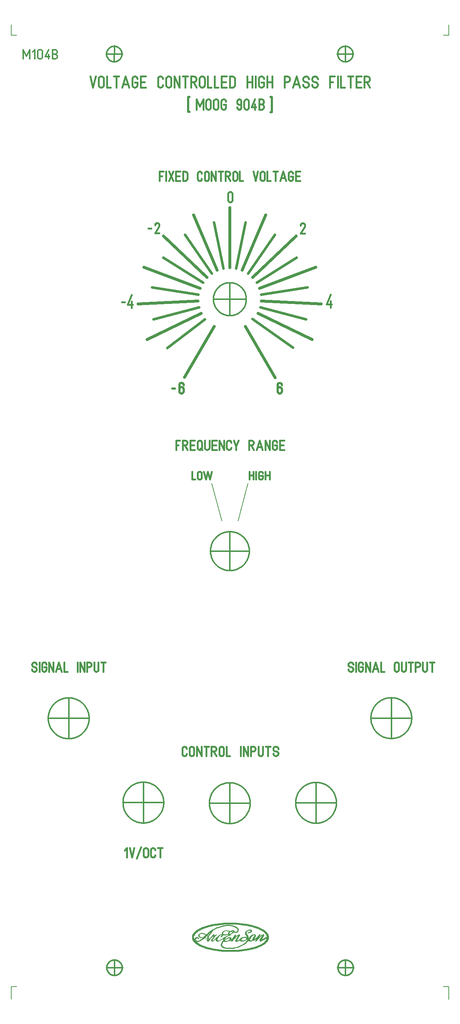
<source format=gbr>
G04 CAM350/DFMSTREAM V12.1 (Build 1022) Date:  Sat Oct 02 15:21:16 2021 *
G04 Database: D:\Mes documents\Projects\Modular Synth\M104x VCF\M104B VCHPF\Front panel design\CAM350\M104B.cam *
G04 Layer 16: M104Bfrontpanel.gbr *
%FSLAX23Y23*%
%MOIN*%
%SFA1.000B1.000*%

%MIA0B0*%
%IPPOS*%
%ADD10C,0.00551*%
%ADD11C,0.00787*%
%ADD12C,0.01024*%
%ADD13C,0.01102*%
%ADD14C,0.01181*%
%ADD15C,0.01260*%
%ADD17C,0.01575*%
%ADD18C,0.01654*%
%ADD19C,0.01732*%
%ADD70C,0.01890*%
%ADD71C,0.02047*%
%ADD21C,0.02283*%
%ADD22C,0.02677*%
%LNM104Bfrontpanel.gbr*%
%LPD*%
G54D10*
X2022Y624D02*
G01X2026Y628D01*
X2030Y629*
X2032Y630*
X2035Y631*
X2040Y632*
X2042Y629*
X2037Y630*
X2034Y629*
X2032*
X2030Y628*
X2027Y626*
X2026Y623*
X2030Y622*
X2033Y620*
X2039Y619*
X2040Y620*
X1950Y595D02*
G01X1955D01*
X1957Y593*
X1962*
X1967Y592*
X1971*
X1978*
X1982Y593*
X1987*
X1991Y594*
X1996Y595*
X2001Y594*
X1994Y593*
X1986Y592*
X1979Y591*
X1974Y590*
X1967*
X1954*
X2003Y594D02*
G01X2007Y597D01*
X2010Y598*
X2014Y599*
X2021Y601*
X2026Y603*
X2030Y604*
X2034Y608*
X2037Y609*
X2038Y610*
X2040Y614*
X2049Y619*
X2047Y615*
X2041Y611*
X2036Y608*
X2031Y605*
X2025Y602*
X2019Y600*
X2012Y597*
X1859Y589D02*
G01X1862Y594D01*
X1864Y595*
X1867Y596*
X1879Y587D02*
G01X1883Y589D01*
X1888Y593*
X1884Y589*
X1956Y561D02*
G01X1955Y555D01*
X1954Y550*
X1953Y545*
X1952Y541*
X1953Y539*
X1955Y535*
X1958Y533*
X1962Y532*
X1964Y531*
X1967Y530*
X1970*
X1979*
X1984Y531*
X1990Y532*
X2001Y535*
X2008Y537*
X2018Y542*
X2029Y547*
X2040Y555*
X2037Y554*
X2022Y546*
X2023Y549*
X2024Y557*
X2025Y560*
X2024Y563*
X2021Y565*
X2018Y567*
X2012*
X2007*
X2002Y565*
X1994Y561*
X1984Y557*
X1975Y552*
X1968Y546*
X1963Y544*
Y549*
Y553*
X1966Y557*
X1968Y561*
X1970Y565*
X1975Y569*
X1979Y572*
X1982Y575*
X1988Y578*
X1966Y566D02*
G01X1959Y556D01*
X1958Y546*
X1959Y538*
X1963Y541*
Y542*
X1962*
X1963Y541*
X1965Y545*
X1961Y541D02*
G01X1966Y544D01*
X1974Y549*
X1982Y555*
X1990Y559*
X1993Y561*
X1998Y562*
X2002Y563*
X2008*
X2012Y562*
X2014Y560*
X2015Y556*
Y553*
X2014Y549*
X2013Y545*
X2010Y543*
X2007Y540*
X2003Y537*
X1998Y535*
X1993Y533*
X1987Y532*
X1980*
X1974*
X1970Y533*
X1969Y534*
X1967Y536*
X1964Y538*
X1963Y536*
X2014Y565D02*
G01X2021Y561D01*
X2020Y552*
X2018Y544*
X2039Y552D02*
G01Y556D01*
X2058Y587*
X2060Y589*
X2065*
X2062*
X2066Y591*
X2069*
X2070*
X2061Y577*
X2055Y563*
X2059Y565*
X2062Y567*
X2064Y568*
X2072Y576*
X2078Y581*
X2083Y585*
X2087Y588*
X2092Y589*
X2094Y591*
X2095Y592*
X2099*
X2101Y589*
X2102Y588*
Y583*
X2097Y575*
X2080Y546*
X2078Y543*
Y540*
X2081Y538*
X2083Y537*
X2087Y538*
X2092Y540*
X2097Y544*
X2102Y546*
X2105Y549*
X2107Y552*
X2108Y554*
X2110Y557*
X2115Y561*
X2120Y563*
X2124Y565*
X2130Y567*
X2136Y568*
X2141Y569*
X2148*
X2155*
X2159*
X2164Y568*
X2169Y565*
X2178Y557*
X2183Y546*
X2036Y549D02*
G01X2032Y543D01*
X2026Y532*
X2033*
X2038Y538*
X2047Y549*
X2059Y561*
X2070Y572*
X2080Y580*
X2085Y584*
X2091*
X2093*
X2090Y577*
X2072Y549*
X2068Y542*
X2066Y539*
Y534*
X2067Y533*
X2069Y532*
X2072Y531*
X2077*
X2080Y532*
X2094Y538*
X2101Y542*
X2106Y543*
X2108Y541*
Y539*
X2110Y537*
X2115Y535*
X2117Y534*
X2122Y533*
X2136*
X2142Y535*
X2148Y537*
X2157Y541*
X2163Y545*
X2170Y550*
X2173Y554*
X2171Y561*
X2170Y562*
X2167Y564*
X2164Y565*
X2159Y567*
X2156Y568*
X2149*
X2142Y566*
X2134Y565*
X2129Y563*
X2124Y561*
X2121Y558*
X2118Y554*
X2116Y551*
X2115Y547*
X2116Y543*
X2118Y539*
X2120Y537*
X2124Y535*
X2128*
X2137*
X2144Y536*
X2149Y538*
X2156Y542*
X2161Y546*
X2165Y549*
X2167Y554*
X2168Y556*
X2171Y560*
X2118Y559D02*
G01X2112Y553D01*
X2107Y546*
X2111Y547*
X2113Y540*
X2081Y534D02*
G01X2074Y536D01*
X2071Y537*
X2073Y540*
X2086Y564*
X2098Y585*
X2094Y587*
X2064Y588D02*
G01X2032Y537D01*
X2055Y564*
X1956Y541D02*
G01X1953Y537D01*
X1944Y526*
X1939Y518*
X1935Y510*
X1934Y503*
Y494*
X1935Y488*
X1938Y485*
X1941Y480*
X1947Y476*
X1954Y472*
X1959Y470*
X1969Y469*
X1966D02*
G01X1968D01*
X1978Y467*
X1983Y466*
X2022*
X2046Y467*
X2057Y469*
X2069Y472*
X2081Y476*
X2076Y474D02*
G01X2085Y477D01*
X2103Y484*
X2115Y490*
X2127Y495*
X2141Y502*
X2152Y510*
X2161Y517*
X2167Y523*
X2172Y528*
X2176Y532*
X2179Y537*
X2182Y542*
X2175Y550*
Y545*
X2174Y539*
X2170Y533*
X2164Y526*
X2158Y520*
X2147Y510*
X2136Y503*
X2126Y498*
X2116Y493*
X2104Y488*
X2092Y482*
X2079Y478*
X2065Y474*
X2055Y473*
X2045Y471*
X2033Y470*
X2023Y469*
X2002*
X1994*
X1983*
X1975Y470*
X1969Y472*
X1961Y475*
X1955Y477*
X1951Y479*
X1948Y482*
X1944Y486*
X1943Y489*
X1941Y491*
X1940Y495*
X1939Y499*
X1940Y504*
X1941Y509*
X1943Y514*
X1945Y520*
X1948Y525*
X1952Y530*
X1956Y534*
X1935Y500D02*
G01X1941Y486D01*
X1949Y478*
X2169Y526D02*
G01X2181Y545D01*
X2170Y562D02*
G01X2171Y567D01*
Y569*
Y573*
X2170Y576*
X2161Y589*
X2159Y594*
X2157Y597*
X2156Y600*
Y607*
X2157Y612*
X2159Y616*
X2163Y620*
X2167Y625*
X2172Y628*
X2179Y632*
X2183Y633*
X2189Y635*
X2192Y636*
X2207*
X2210Y635*
X2213Y632*
X2214Y630*
Y626*
X2211Y621*
X2207Y617*
X2201Y614*
X2195Y612*
X2188Y611*
X2186*
X2180*
X2182Y612*
X2187*
X2188*
X2197Y615*
X2202Y618*
X2203Y620*
X2205Y623*
X2207Y625*
Y628*
X2205Y630*
X2204Y632*
X2203*
X2200Y633*
X2197Y634*
X2192*
X2189Y633*
X2187*
X2182Y632*
X2177Y629*
X2174Y627*
X2170Y623*
X2167Y619*
X2165Y615*
X2164Y609*
X2166Y604*
X2167Y599*
X2178Y583*
X2180Y579*
X2181Y573*
Y567*
X2179Y564*
X2178Y560*
X2174Y561*
X2178Y576*
X2175*
X2172Y584*
X2170Y585*
X2163Y596*
X2160Y604*
X2162Y615*
X2168Y625*
X2177Y630*
X2185Y633*
X2193Y635*
X2204*
X2210Y631*
X2209Y624*
X2184Y546D02*
G01X2185Y550D01*
X2187Y551*
Y555*
X2189Y560*
X2191Y564*
X2197Y571*
X2202Y576*
X2207Y581*
X2211Y585*
X2217Y589*
X2222Y591*
X2227Y594*
X2232*
X2238*
X2242*
X2245Y592*
X2247Y589*
X2248Y585*
X2249Y580*
X2247Y575*
X2244Y568*
X2242Y564*
X2239Y559*
X2236Y555*
X2233Y553*
X2234Y551*
X2222Y541*
X2217Y538*
X2211Y536*
X2206Y534*
X2202Y533*
X2195*
X2192*
X2189Y535*
X2187Y537*
X2185Y540*
X2196Y545*
Y547*
X2197Y552*
X2199Y557*
X2201Y561*
X2205Y567*
X2208Y572*
X2211Y577*
X2215Y581*
X2219Y584*
X2221Y586*
X2225Y589*
X2228Y591*
X2231Y593*
X2234Y592*
X2238Y591*
X2239Y589*
X2241Y585*
Y580*
X2240Y577*
X2239*
X2234Y572*
X2230Y566*
X2227Y561*
X2226Y556*
X2224Y551*
X2222Y548*
X2219Y545*
X2215Y541*
X2211Y538*
X2207Y537*
X2204Y536*
X2201*
X2200Y537*
X2198Y539*
X2196Y543*
X2191Y539*
X2195Y537*
X2189Y545*
X2191Y549*
X2197Y564*
X2210Y578*
X2222Y590*
X2230Y593*
X2239*
X2244Y585*
X2242Y573*
X2224Y547*
X2240Y573*
X2311Y632D02*
G01X2325Y622D01*
X2337Y612*
X2344Y601*
X2350Y595*
X2354Y586*
X2357Y576*
X2352Y558*
Y551*
X2331Y518D02*
G01X2340Y532D01*
X2345Y540*
X2349Y545*
X2350Y549*
X2353Y555*
X2342Y620D02*
G01X2346Y616D01*
X2356Y605*
X2361Y597*
X2365Y590*
X2367Y583*
X2368Y576*
Y562*
Y558*
X2365Y551*
X2360Y543*
X2356Y536*
X2350Y530*
X2222Y546D02*
G01X2226Y543D01*
X2231Y541*
X2234Y542*
X2238Y544*
X2242Y546*
X2255Y558*
X2260Y557*
X2261Y554*
X2259Y553*
X2248Y534*
X2257Y536*
X2258Y537*
X2264Y544*
X2272Y553*
X2282Y564*
X2286Y570*
X2294Y577*
X2301Y582*
X2305Y586*
X2309Y588*
X2314Y587*
X2313Y581*
X2309Y576*
X2290Y545*
X2289Y541*
Y537*
X2290Y536*
X2293Y534*
X2295Y533*
X2299Y534*
X2302Y536*
X2352Y563*
X2360Y574*
X2356Y572*
X2301Y543*
X2302Y550*
X2322Y581*
X2325Y586*
Y590*
Y593*
X2322Y594*
X2318*
X2313Y593*
X2308Y590*
X2300Y584*
X2285Y570*
X2280Y565*
X2282Y574*
Y577*
X2293Y593*
Y594*
X2288*
X2283Y592*
X2282Y589*
X2275Y579*
X2258Y562*
X2246Y553*
X2242Y549*
X2239Y548*
X2235Y549*
X2230Y545*
X2237*
X2244Y550*
X2253Y557*
X2263Y562*
X2262Y553*
X2255Y540*
X2278Y567*
X2265Y557*
X2279Y573*
X2263Y563*
X2281Y579*
X2287Y590*
X2273Y565*
X2283Y569*
X2286Y571*
X2292Y576*
X2300Y583*
X2308Y589*
X2317Y592*
X2322Y591*
X2292Y540*
X2297Y542*
X2295Y537*
X2352Y567*
X2294Y537*
X2297Y546*
X2319Y589*
X2162Y594D02*
G01X2169Y581D01*
X2177Y578*
X2176Y573D02*
G01X2171Y587D01*
X2165Y598*
X2157Y601*
X2166Y591*
X2177Y563*
X2174Y553*
X2181Y546*
X2189Y543*
X2194Y562*
X1956Y549D02*
G01X1958Y537D01*
X1967Y533*
G54D11*
X54Y115D02*
G01X4D01*
X54Y8849D02*
G01X4D01*
X4026D02*
G01X3975D01*
X4026Y114D02*
G01Y1D01*
Y8852D02*
G01Y8947D01*
X1955Y4112D02*
G01X2072D01*
X2014Y4171D02*
G01Y4054D01*
X1954Y6424D02*
G01X2070D01*
X2012Y6482D02*
G01Y6366D01*
X1797Y589D02*
G01X1795Y593D01*
X1789Y595*
X1785Y598*
X1782Y600*
X1776Y601*
X1771Y604*
X1765*
X1760Y605*
X1753*
X1746Y604*
X1741Y602*
X1737Y600*
X1733Y597*
X1730Y593*
X1727Y589*
X1726Y585*
Y583*
X1728Y579*
X1726Y581*
X1729Y577*
X1732Y573*
X1729Y577*
X1730Y575*
X1733Y572*
X1736Y570*
X1739Y569*
X1742Y568*
X1747Y566*
Y565*
X1753*
X1759Y564*
X1774Y563*
X1789Y564*
X1791*
X1762Y563*
X1753Y565*
X1746Y567*
X1742Y569*
X1736Y573*
X1734Y574*
X1733Y576*
X1732Y577*
X1731Y580*
X1730Y582*
Y585*
X1731Y589*
Y591*
X1733Y594*
X1735Y596*
X1739Y600*
X1745Y602*
X1750Y604*
X1757*
X1766*
X1774Y601*
X1778Y599*
X1782Y597*
X1789Y594*
X1792Y592*
X1795Y590*
X1789Y585*
X1774Y569*
X1769Y565*
X1785Y577D02*
G01X1797Y593D01*
X1803Y598*
X1809Y604*
X1815Y608*
X1818Y612*
X1796Y589D02*
G01X1800Y585D01*
X1806Y580*
X1812Y573*
X1808Y568*
X1805Y562*
Y559*
X1803Y554*
X1802Y549*
X1803Y545*
X1805Y540*
X1807Y536*
X1809Y534*
Y533*
X1812*
X1815Y534*
X1821Y540*
X1832Y553*
X1837Y559*
X1841Y565*
X1851Y577*
X1852Y578*
X1851Y577*
X1868Y579*
X1867Y574*
X1866Y571*
X1860Y565*
X1856Y559*
X1852Y553*
X1848Y549*
X1846Y545*
X1844Y541*
Y537*
X1845Y536*
X1848Y534*
X1850Y533*
X1855Y534*
X1860Y537*
X1867Y541*
X1874Y548*
X1882Y554*
X1890Y563*
X1899Y570*
X1906Y578*
X1909Y582*
X1915Y585*
X1919Y588*
X1923Y590*
X1927Y592*
X1930Y593*
X1936*
X1946*
X1797Y592D02*
G01X1801Y587D01*
X1816Y570*
X1809Y562*
X1807Y558*
X1805Y554*
Y549*
Y544*
Y540*
X1808Y537*
X1813Y539*
Y541*
X1814Y542*
Y544*
X1817Y548*
Y549*
Y553*
Y557*
Y566*
Y565*
X1818Y561*
Y555*
X1819Y548*
X1822Y549*
X1825*
X1826Y551*
X1830Y555*
X1837Y561*
X1842Y569*
X1848Y576*
X1851Y580*
X1854Y585*
X1857Y588*
X1860Y591*
X1863Y593*
X1860Y589*
X1864Y585*
X1866*
X1867*
X1871*
X1874Y586*
X1879Y587*
X1881Y589*
X1885*
X1867Y567*
X1857Y552*
X1854Y548*
Y544*
X1853Y541*
X1856Y538*
X1857*
X1859Y537*
X1853Y536*
X1848Y540*
X1811Y573D02*
G01X1814Y578D01*
X1819Y586*
X1825Y596*
X1831Y604*
X1837Y611*
X1841Y618*
X1844Y622*
X1852Y626*
X1845Y617*
X1841Y609*
X1834Y600*
X1828Y593*
X1822Y585*
X1814Y573*
X1846Y621D02*
G01X1852Y627D01*
X1856Y632*
X1860Y635*
X1864Y638*
X1868Y641*
X1871Y643*
X1873Y644*
X1876Y647*
X1880Y648*
X1884Y651*
X1887Y652*
X1892Y655*
X1895Y656*
X1900Y657*
X1695Y538D02*
G01Y545D01*
X1694Y548*
Y550*
X1695Y553*
X1696Y555*
X1697Y557*
X1699Y558*
X1701Y560*
X1703Y561*
X1708Y563*
X1712*
X1887Y558D02*
G01Y551D01*
Y542*
X1888Y540*
X1889Y537*
X1891Y536*
X1893Y534*
X1896Y533*
X1900*
X1903*
X1908Y534*
X1915Y537*
X1920Y539*
X1926Y542*
X1934Y548*
X1941Y553*
X1945Y556*
X1951Y560*
X1959Y565*
X1970Y571*
X1976Y574*
X1979Y576*
X1985Y578*
X1990Y581*
X1995Y583*
X2001Y584*
X2006Y585*
X2010Y588*
X2014*
X2019Y589*
X2021*
X2017*
X2014Y592*
X2009Y594*
X2006Y596*
Y598*
X2005Y600*
Y604*
X2006Y606*
Y609*
X2007Y612*
X2010Y616*
X2011Y618*
X2018Y623*
X2022Y626*
X2026Y628*
X1926Y591D02*
G01X1921Y588D01*
X1917Y584*
X1912Y579*
X1908Y573*
X1906Y569*
X1902Y564*
X1900Y558*
X1897Y553*
X1896Y548*
Y545*
X1897Y541*
X1899Y539*
X1901Y537*
X1904*
X1907Y536*
X1909*
X1912*
X1915Y537*
X1901Y568D02*
G01X1892Y557D01*
Y550*
X1893Y539*
X1856Y581D02*
G01X1873Y582D01*
X1931Y575D02*
G01X1929D01*
X1934Y578*
X1936Y580*
X1938Y583*
Y586*
Y589*
X1937Y592*
X1935Y593*
X1932*
X1931Y575D02*
G01Y574D01*
X1935Y576*
X1939Y577*
X1941Y580*
X1944Y583*
X1945Y585*
Y587*
X1948Y590*
X1952Y592*
X1954Y591*
X1942Y595*
X1941Y596*
Y605*
X1942Y608*
X1943Y612*
X1945Y614*
X1947Y617*
X1951Y620*
X1953Y623*
X1957Y624*
X1962Y626*
X1967Y628*
X1970Y629*
X1977*
X1983*
X1989Y628*
X1993*
X1999Y627*
X2005Y625*
X2010Y624*
X2013*
X2018*
X1954Y593D02*
G01X1953Y594D01*
X1950Y596*
X1949Y598*
Y599*
X1948Y600*
X1947Y602*
Y604*
Y608*
X1948Y610*
Y612*
X1950Y615*
X1951Y617*
X1953Y620*
X1955Y622*
X1959Y624*
X1962Y626*
X2014Y622D02*
G01X2008Y618D01*
X2004Y616*
X2002Y613*
X2001Y610*
X1999Y608*
X1998Y604*
Y599*
Y595*
X2000*
X2006Y591*
X2023Y625D02*
G01X2026Y628D01*
X2020Y622*
X2021*
X2028Y620*
X2033Y619*
X2040Y618*
X2050Y619*
X2046D02*
G01X2047Y620D01*
Y623*
Y625*
X2046Y628*
X2045Y629*
X2042Y630*
X2040Y631*
X2045Y630*
X2049Y629*
X2052Y628*
X2053Y627*
X2052Y624*
X4026Y115D02*
G01X3975D01*
X4Y8852D02*
G01Y8947D01*
Y117D02*
G01Y4D01*
G54D12*
X2073Y659D02*
G01X2078Y655D01*
X2081Y651*
X2085Y646*
X2086Y639*
Y633*
X2085Y628*
X2082Y624*
X2081Y623*
X2078Y621*
X1842Y462D02*
G01X1805Y473D01*
X1773Y485*
X1758Y490*
X1745Y497*
X1732Y503*
X1725Y507*
X1719Y512*
X1714Y515*
X1708Y519*
X1706Y522*
X1705Y524*
X1700Y532*
X1765Y558D02*
G01X1779Y569D01*
X1785Y576*
X1792Y583*
X1801Y592*
X1809Y599*
X1814Y605*
X1819Y612*
X1684Y533D02*
G01X1687Y544D01*
X1690Y549*
Y553*
X1691Y557*
X1693Y560*
X1695Y562*
X1698Y563*
X1700Y564*
X1703Y565*
X1720Y533D02*
G01X1730Y537D01*
X1739Y541*
X1746Y545*
X1754Y550*
X1762Y557*
X1776Y569*
X1805Y597*
X1815Y607*
X1827Y618*
X1835Y625*
X1846Y633*
X1859Y641*
X1872Y648*
X1888Y656*
X1905Y661*
X1921Y667*
X1939Y671*
X1955Y675*
X1969Y677*
X1979Y679*
X2015*
X2027Y677*
X2036Y675*
X2050Y671*
X2064Y665*
X2074Y658*
X2081Y653*
X2085Y648*
X2088Y640*
X2087Y632*
X2086Y627*
X2084Y624*
X2078Y620*
X2071Y618*
X2060Y617*
X2051*
G54D13*
X1722Y534D02*
G01X1720D01*
X1719*
Y533*
Y533*
X1718*
X1717*
X1716*
X1715*
X1714*
X1713*
X1712*
X1711*
X1710*
X1709*
Y534*
X1708*
X1707*
Y535*
X1706*
X1705*
X1704Y536*
X1703*
Y537*
X1702*
X1701*
X1700*
X1699*
Y538*
Y539*
X1698*
Y540*
Y541*
X1697*
X1696*
Y542*
X1695*
Y543*
Y544*
X1694Y545*
X1693Y546*
Y547*
X1692Y548*
Y549*
Y550*
Y551*
Y552*
Y553*
X1693Y554*
Y555*
X1694Y556*
Y557*
X1695*
Y558*
Y559*
X1696Y560*
X1697Y561*
X1698*
X1699*
Y562*
X1700*
X1701Y563*
X1702*
X1703*
Y564*
X1704*
X1705*
X1706*
Y565*
X1707*
X1708*
X1709*
X1710*
X1711*
X1712*
X1713*
X1714*
X1715*
Y564*
X1716*
X1717*
X1718*
Y563*
X1719*
Y562*
X1720*
X1721*
Y561*
X1722*
X1723*
X1724Y560*
X1725Y559*
X1726*
G54D14*
X2167Y1696D02*
G01X2165Y1693D01*
X2163Y1690*
X2161Y1687*
X2159Y1684*
X2157Y1681*
X2155Y1679*
X2152Y1675*
X2150Y1673*
X2148Y1670*
X2145Y1667*
X2142Y1665*
X2140Y1663*
X2137Y1659*
X2134Y1657*
X2132Y1656*
X2128Y1653*
X2125Y1651*
X2123Y1649*
X2120Y1647*
X2116Y1644*
X2113Y1642*
X2110Y1640*
X2107Y1639*
X2104Y1636*
X2100Y1635*
X2096Y1633*
X2094Y1632*
X2091Y1630*
X2088Y1628*
X2084Y1627*
X2081Y1626*
X2077Y1624*
X2073Y1623*
X2070Y1622*
X2067Y1621*
X2063Y1620*
X2060Y1619*
X2056Y1618*
X2053Y1617*
X2049Y1616*
X2045*
X2041Y1615*
X2037Y1614*
X2033*
X2031Y1613*
X2027*
X2023Y1612*
X2020*
X2016*
X2012*
X2009*
X2005*
X2001*
X1998Y1613*
X1994*
X1990Y1614*
X1986*
X1982Y1615*
X1979Y1616*
X1975*
X1971Y1617*
X1969Y1618*
X1965Y1619*
X1962Y1620*
X1958Y1621*
X1955Y1622*
X1951Y1623*
X1947Y1624*
X1943Y1626*
X1940Y1627*
X1937Y1628*
X1933Y1630*
X1930Y1632*
X1927Y1633*
X1923Y1635*
X1920Y1636*
X1917Y1639*
X1914Y1640*
X1911Y1642*
X1907Y1644*
X1905Y1647*
X1902Y1649*
X1900Y1651*
X1896Y1653*
X1893Y1656*
X1891Y1657*
X1888Y1659*
X1885Y1663*
X1882Y1665*
X1880Y1667*
X1877Y1670*
X1875Y1673*
X1872Y1675*
X1869Y1679*
X1867Y1681*
X1864Y1684*
X1862Y1687*
X1860Y1690*
X1858Y1693*
X1856Y1696*
X1853Y1699*
X1852Y1703*
X1850Y1706*
X1848Y1709*
X1846Y1712*
X1844Y1715*
Y1719*
X1842Y1721*
X1841Y1725*
X1839Y1728*
X1838Y1731*
X1837Y1735*
X1835Y1738*
X1834Y1742*
X1833Y1746*
X1832Y1750*
X1831Y1753*
X1830Y1757*
X1829Y1760*
Y1764*
X1828Y1768*
X1827Y1771*
Y1775*
X1826Y1778*
Y1782*
X1825Y1785*
Y1789*
Y1793*
Y1797*
Y1800*
Y1804*
Y1808*
Y1811*
Y1815*
X1826Y1819*
Y1822*
X1827Y1826*
Y1830*
X1828Y1833*
X1829Y1837*
Y1841*
X1830Y1844*
X1831Y1848*
X1832Y1851*
X1833Y1855*
X1834Y1858*
X1835Y1861*
X1837Y1865*
X1838Y1868*
X1839Y1872*
X1841Y1875*
X1842Y1879*
X1844Y1882*
Y1885*
X1846Y1888*
X1848Y1892*
X1850Y1895*
X1852Y1898*
X1853Y1901*
X1856Y1904*
X1858Y1907*
X1860Y1910*
X1862Y1913*
X1864Y1915*
X1867Y1919*
X1869Y1922*
X1872Y1924*
X1875Y1927*
X1877Y1930*
X1880Y1933*
X1882Y1935*
X1885Y1938*
X1888Y1940*
X1891Y1943*
X1893Y1945*
X1896Y1947*
X1900Y1950*
X1902Y1952*
X1905Y1954*
X1907Y1956*
X1911Y1959*
X1914Y1960*
X1917Y1963*
X1920Y1964*
X1923Y1966*
X1927Y1968*
X1930Y1969*
X1933Y1970*
X1937Y1972*
X1940Y1974*
X1943*
X1947Y1976*
X1951Y1977*
X1955Y1978*
X1958Y1979*
X1962Y1981*
X1965Y1982*
X1969*
X1971Y1983*
X1975Y1984*
X1979Y1985*
X1982Y1986*
X1986*
X1990*
X1994*
X1998Y1987*
X2001*
X2005*
X2009*
X2012Y1988*
X2016Y1987*
X2020*
X2023*
X2027*
X2031Y1986*
X2033*
X2037*
X2041*
X2045Y1985*
X2049Y1984*
X2053Y1983*
X2056Y1982*
X2060*
X2063Y1981*
X2067Y1979*
X2070Y1978*
X2073Y1977*
X2077Y1976*
X2081Y1974*
X2085Y1973*
X2088Y1972*
X2091Y1970*
X2094Y1969*
X2096Y1968*
X2100Y1966*
X2104Y1964*
X2107Y1963*
X2110Y1960*
X2113Y1959*
X2116Y1956*
X2120Y1954*
X2123Y1952*
X2125Y1950*
X2128Y1947*
X2132Y1945*
X2134Y1943*
X2137Y1940*
X2140Y1938*
X2142Y1935*
X2145Y1932*
X2148Y1930*
X2150Y1927*
X2152Y1924*
X2155Y1922*
X2157Y1919*
X2159Y1915*
X2161Y1913*
X2163Y1910*
X2165Y1907*
X2167Y1904*
X2170Y1901*
X2171Y1898*
X2174Y1895*
X2175Y1892*
X2177Y1888*
X2179Y1885*
X2181Y1882*
X2183Y1879*
X2184Y1875*
X2186Y1872*
X2187Y1868*
X2188Y1865*
X2189Y1861*
X2191Y1858*
Y1855*
X2193Y1851*
X2194Y1848*
X2195Y1844*
Y1841*
X2196Y1837*
X2197Y1833*
X2198Y1830*
Y1826*
X2199Y1822*
Y1819*
Y1815*
Y1811*
Y1808*
Y1804*
X2200Y1800*
X2199Y1797*
Y1793*
Y1789*
Y1785*
Y1782*
Y1778*
X2198Y1775*
Y1771*
X2197Y1768*
X2196Y1764*
X2195Y1760*
Y1757*
X2194Y1753*
X2193Y1750*
X2191Y1746*
Y1742*
X2189Y1738*
X2188Y1735*
X2187Y1731*
X2185Y1728*
X2184Y1725*
X2183Y1721*
X2181Y1719*
X2179Y1715*
X2177Y1712*
X2175Y1709*
X2174Y1706*
X2171Y1703*
X2170Y1699*
X2167Y1696*
X1825Y1800D02*
G01X2199D01*
X2012Y1987D02*
G01Y1612D01*
X953Y364D02*
G01X952Y215D01*
X1009Y8638D02*
G01X1008Y8637D01*
X1007Y8636*
X1006Y8635*
Y8633*
X1005Y8632*
X1004Y8631*
X1002Y8630*
Y8629*
X1001Y8628*
X1000Y8627*
X998Y8626*
Y8625*
X997Y8624*
X996Y8623*
X994Y8622*
Y8621*
X992Y8620*
X991*
X990Y8619*
X989Y8618*
X987Y8617*
X986Y8616*
X985*
X984Y8615*
X982Y8614*
X980Y8613*
X979Y8612*
X978*
X976*
X975Y8611*
X974*
X973Y8610*
X971Y8609*
X970*
X969Y8608*
X968*
X967*
X966*
X964*
X963*
X961Y8607*
X960*
X959*
X957Y8606*
X955*
X953*
X951*
X950*
X949*
X947*
X946*
X944*
X943Y8607*
X942*
X940*
X939*
X938Y8608*
X936*
X935*
X933*
X932*
X931*
X929Y8609*
X927*
Y8610*
X925Y8611*
X923*
Y8612*
X921*
X919*
Y8613*
X917Y8614*
X916*
X915Y8615*
X914Y8616*
X912*
X911Y8617*
X910Y8618*
X909Y8619*
X907Y8620*
Y8621*
X905Y8622*
X904Y8623*
Y8624*
X902Y8625*
X901Y8626*
X900Y8627*
Y8628*
X899Y8629*
X897Y8630*
X896Y8631*
Y8632*
X895Y8633*
X894Y8635*
X893Y8636*
X892Y8637*
Y8638*
X891Y8640*
X890*
X889Y8642*
X888Y8643*
Y8644*
Y8645*
X887Y8647*
X886Y8648*
X885Y8649*
X884Y8651*
Y8652*
Y8653*
Y8654*
X883Y8656*
X882Y8657*
Y8657*
X881Y8659*
Y8660*
X880Y8661*
Y8663*
Y8664*
Y8666*
Y8667*
Y8668*
Y8670*
Y8671*
Y8673*
Y8674*
Y8675*
X879Y8677*
X880Y8679*
Y8680*
Y8681*
Y8683*
Y8684*
Y8686*
Y8687*
Y8688*
Y8690*
Y8691*
Y8693*
X881Y8694*
Y8695*
X882Y8697*
Y8698*
X883Y8699*
X884Y8701*
Y8702*
Y8703*
X885Y8705*
Y8706*
X886Y8707*
X887Y8708*
X888Y8710*
Y8711*
Y8712*
X889Y8713*
X890Y8715*
X891*
X892Y8717*
Y8718*
X893Y8719*
X894*
X895Y8721*
X896Y8722*
Y8723*
X897Y8724*
X899Y8725*
X900Y8726*
Y8727*
X901Y8728*
X902Y8729*
X904Y8730*
Y8731*
X905Y8732*
X907Y8733*
Y8734*
X909Y8735*
X910Y8736*
X911Y8737*
X912Y8738*
X914*
X915Y8739*
X916Y8740*
X917*
X919Y8741*
Y8742*
X921*
X923*
Y8743*
X925*
X927Y8744*
Y8745*
X929*
X931Y8746*
X932*
X933*
X935*
X936*
X938*
X939Y8747*
X940*
X942*
X943Y8748*
X944*
X946*
X947*
X949*
X950*
X951*
X953*
X955*
X957Y8747*
X959*
X960*
X961*
X963Y8746*
X964*
X966*
X967*
X968*
X969*
X970Y8745*
X971*
X973Y8744*
X974Y8743*
X975*
X977Y8742*
X978*
X979*
X980Y8741*
X982Y8740*
X984Y8739*
X985Y8738*
X986*
X987Y8737*
X989Y8736*
X990Y8735*
X991Y8734*
X992*
X994Y8733*
Y8732*
X996Y8731*
X997Y8730*
X998Y8729*
Y8728*
X1000Y8727*
X1001Y8726*
X1002Y8725*
Y8724*
X1004Y8723*
X1005Y8722*
X1006Y8721*
Y8719*
X1007*
X1008Y8718*
X1009Y8717*
X1010Y8715*
X1011Y8713*
X1012Y8712*
X1013Y8711*
Y8710*
X1014Y8708*
Y8707*
X1015Y8706*
Y8704*
X1016Y8703*
Y8702*
X1017Y8701*
X1018Y8699*
Y8698*
Y8697*
Y8695*
Y8694*
X1019Y8693*
Y8691*
Y8690*
X1020Y8688*
Y8687*
Y8686*
X1021Y8684*
Y8683*
Y8681*
Y8680*
Y8679*
Y8677*
Y8675*
Y8674*
Y8673*
Y8671*
X1020Y8670*
Y8668*
Y8667*
Y8666*
X1019Y8664*
Y8663*
Y8661*
X1018Y8660*
Y8659*
Y8657*
Y8657*
Y8656*
X1017Y8654*
X1016Y8653*
Y8652*
X1015Y8650*
Y8649*
X1014Y8648*
Y8647*
X1013Y8645*
Y8644*
X1012Y8643*
X1011Y8642*
X1010Y8640*
X1009Y8638*
X876Y8677D02*
G01X1026D01*
X876*
X951Y8752D02*
G01X950Y8602D01*
X2140Y6343D02*
G01X2138Y6341D01*
X2136Y6338*
X2134Y6336*
X2132Y6333*
X2130Y6331*
X2128Y6329*
X2126Y6326*
X2124Y6324*
X2122Y6321*
X2120Y6320*
X2118Y6317*
X2116Y6316*
X2114Y6313*
X2112Y6312*
X2109Y6309*
X2107Y6308*
X2104Y6306*
X2102Y6304*
X2100Y6302*
X2097Y6301*
X2095Y6299*
X2093Y6297*
X2090Y6296*
X2088Y6294*
X2085Y6293*
X2082Y6292*
X2080Y6290*
X2077Y6289*
X2074Y6288*
X2071Y6286*
X2069Y6285*
X2065Y6284*
X2063Y6283*
X2060Y6282*
X2057*
X2054*
X2051Y6281*
X2049Y6280*
X2045Y6279*
X2042Y6278*
X2039*
X2037*
X2033Y6277*
X2031*
X2028Y6276*
X2026*
X2022*
X2019*
X2017*
X2014Y6275*
X2010Y6276*
X2008*
X2005*
X2002*
X1998*
X1996Y6277*
X1993*
X1990Y6278*
X1987*
X1984*
X1981Y6279*
X1978Y6280*
X1975Y6281*
X1972Y6282*
X1969*
X1967*
X1964Y6283*
X1962Y6284*
X1959Y6285*
X1955Y6286*
X1953Y6288*
X1951Y6289*
X1947Y6290*
X1945Y6292*
X1942Y6293*
X1939Y6294*
X1937Y6296*
X1934Y6297*
X1931Y6299*
X1929Y6301*
X1927Y6302*
X1924Y6304*
X1922Y6306*
X1919Y6308*
X1917Y6309*
X1915Y6312*
X1913Y6313*
X1911Y6316*
X1908Y6317*
X1907Y6320*
X1905Y6321*
X1903Y6324*
X1901Y6326*
X1899Y6329*
X1897Y6331*
X1896Y6333*
X1894Y6336*
X1892Y6338*
X1890Y6341*
X1888Y6343*
X1887Y6344*
X1885Y6347*
X1884Y6350*
X1882Y6352*
X1880Y6355*
X1879Y6358*
X1877Y6360*
X1876Y6363*
X1875Y6366*
X1874Y6368*
X1872Y6372*
Y6374*
X1871Y6377*
X1870Y6380*
X1868Y6383*
Y6385*
X1867Y6388*
Y6392*
X1866Y6394*
X1865Y6397*
X1864Y6400*
Y6404*
Y6406*
Y6408*
X1863Y6411*
Y6415*
Y6417*
Y6420*
Y6423*
Y6427*
Y6429*
Y6432*
Y6435*
Y6439*
Y6441*
X1864Y6444*
Y6447*
Y6451*
Y6453*
X1865Y6456*
X1866Y6459*
X1867Y6463*
Y6465*
X1868Y6468*
Y6470*
X1870Y6473*
X1871Y6476*
X1872Y6478*
Y6482*
X1874Y6485*
X1875Y6487*
X1876Y6490*
X1877Y6493*
X1879Y6495*
X1880Y6498*
X1882Y6501*
X1884Y6503*
X1885Y6506*
X1887Y6509*
X1888Y6511*
X1890Y6514*
X1892Y6516*
X1894Y6518*
X1896Y6521*
X1897Y6523*
X1900Y6526*
X1901Y6528*
X1903Y6530*
X1905Y6532*
X1907Y6533*
X1908Y6535*
X1911Y6537*
X1913Y6539*
X1915Y6541*
X1917Y6543*
X1919Y6545*
X1922Y6547*
X1924Y6549*
X1927Y6551*
X1929Y6553*
X1931Y6554*
X1934Y6556*
X1937Y6557*
X1939Y6559*
X1942Y6561*
X1945*
X1947Y6563*
X1951Y6565*
X1953*
X1956Y6567*
X1959Y6568*
X1962Y6569*
X1964*
X1967Y6571*
X1969Y6572*
X1972Y6573*
X1975*
X1978*
X1981Y6574*
X1984Y6575*
X1987Y6576*
X1990*
X1993Y6577*
X1996*
X1999*
X2002*
X2005Y6578*
X2008*
X2010*
X2014*
X2017*
X2019*
X2022*
X2026Y6577*
X2029*
X2031*
X2033*
X2037Y6576*
X2039*
X2042Y6575*
X2045Y6574*
X2049Y6573*
X2051*
X2054*
X2057Y6572*
X2060Y6571*
X2063Y6569*
X2065*
X2069Y6568*
X2072Y6566*
X2074Y6565*
X2077*
X2080Y6563*
X2082Y6561*
X2085*
X2088Y6559*
X2090Y6557*
X2093Y6556*
X2095Y6554*
X2097Y6553*
X2100Y6551*
X2102Y6549*
X2104Y6547*
X2107Y6545*
X2109Y6543*
X2112Y6541*
X2114Y6539*
X2116Y6537*
X2118Y6535*
X2120Y6533*
X2122Y6532*
X2124Y6530*
X2126Y6528*
X2128Y6526*
X2130Y6523*
X2132Y6521*
X2134Y6518*
X2136Y6516*
X2138Y6514*
X2140Y6511*
X2141Y6509*
X2143Y6506*
X2144Y6503*
X2146Y6501*
X2148Y6498*
Y6495*
X2150Y6493*
X2152Y6490*
Y6487*
X2154Y6484*
X2155Y6482*
X2156Y6478*
Y6476*
X2157Y6473*
X2158Y6470*
X2159Y6468*
Y6465*
Y6463*
X2160Y6459*
X2161Y6456*
X2162Y6453*
Y6451*
X2163Y6447*
Y6444*
Y6441*
Y6439*
X2164Y6435*
Y6432*
Y6429*
Y6427*
Y6423*
Y6420*
Y6417*
X2163Y6415*
Y6411*
Y6408*
Y6406*
X2162Y6404*
Y6400*
X2161Y6397*
X2160Y6394*
X2159Y6392*
Y6388*
Y6385*
X2158Y6383*
X2157Y6380*
X2156Y6377*
Y6374*
X2155Y6372*
X2153Y6368*
X2152Y6366*
Y6363*
X2150Y6360*
X2148Y6358*
Y6355*
X2146Y6352*
X2144Y6350*
X2143Y6347*
X2141Y6344*
X2140Y6343*
X1862Y6427D02*
G01X2164D01*
X2014Y6578D02*
G01Y6276D01*
X2162Y4015D02*
G01X2159Y4012D01*
X2158Y4010*
X2156Y4006*
X2154Y4003*
X2152Y4001*
X2150Y3998*
X2148Y3995*
X2145Y3993*
X2143Y3990*
X2140Y3987*
X2138Y3985*
X2135Y3982*
X2132Y3980*
X2130Y3978*
X2127Y3975*
X2124Y3974*
X2121Y3971*
X2118Y3969*
X2116Y3968*
X2112Y3966*
X2109Y3964*
X2106Y3962*
X2103Y3960*
X2100Y3959*
X2097Y3956*
X2094Y3955*
X2092Y3953*
X2089Y3952*
X2085Y3951*
X2081Y3949*
X2078Y3947*
X2075*
X2072Y3945*
X2069Y3944*
X2065Y3943*
X2061Y3942*
X2058Y3941*
X2055Y3940*
X2051Y3939*
X2048*
X2045Y3938*
X2041*
X2037Y3937*
X2033Y3936*
X2031*
X2028*
X2024Y3935*
X2021*
X2017*
X2014*
X2010*
X2006*
X2003*
X1999Y3936*
X1996*
X1993*
X1989Y3937*
X1986Y3938*
X1982*
X1978Y3939*
X1975*
X1971Y3940*
X1969Y3941*
X1966Y3942*
X1962Y3943*
X1959Y3944*
X1955Y3945*
X1952Y3947*
X1949*
X1945Y3949*
X1942Y3951*
X1939Y3952*
X1935Y3953*
X1932Y3955*
X1929Y3957*
X1926Y3959*
X1923Y3960*
X1920Y3962*
X1917Y3964*
X1914Y3966*
X1911Y3968*
X1908Y3969*
X1906Y3971*
X1904Y3974*
X1900Y3975*
X1898Y3978*
X1895Y3980*
X1892Y3982*
X1890Y3985*
X1888Y3987*
X1885Y3990*
X1883Y3993*
X1880Y3995*
X1878Y3998*
X1876Y4001*
X1873Y4003*
X1871Y4006*
X1868Y4010*
X1867Y4012*
X1864Y4015*
X1863Y4018*
X1860Y4021*
X1859Y4024*
X1857Y4027*
X1856Y4030*
X1854Y4033*
X1852Y4036*
X1851Y4039*
X1849Y4042*
X1848Y4045*
X1847Y4049*
X1845Y4052*
X1844Y4055*
Y4059*
X1843Y4062*
X1842Y4065*
X1841Y4069*
Y4073*
X1840Y4077*
X1839Y4080*
X1838Y4083*
X1837Y4087*
Y4090*
Y4094*
Y4096*
X1836Y4100*
Y4104*
Y4107*
Y4111*
X1835Y4114*
X1836Y4117*
Y4121*
Y4124*
Y4128*
X1837Y4132*
Y4135*
Y4139*
Y4142*
X1838Y4146*
X1839Y4149*
X1840Y4152*
X1841Y4156*
Y4159*
X1842Y4162*
X1843Y4166*
X1844Y4169*
Y4172*
X1845Y4175*
X1847Y4179*
X1848Y4183*
X1849Y4186*
X1851Y4189*
X1852Y4192*
X1854Y4195*
X1856Y4199*
X1857Y4202*
X1859Y4204*
X1860Y4207*
X1863Y4211*
X1864Y4214*
X1867Y4217*
X1868Y4219*
X1871Y4222*
X1873Y4224*
X1876Y4227*
X1878Y4230*
X1880Y4232*
X1883Y4235*
X1885Y4238*
X1888Y4240*
X1890Y4242*
X1892Y4245*
X1895Y4247*
X1898Y4250*
X1900Y4252*
X1904Y4254*
X1906Y4256*
X1908Y4258*
X1911Y4260*
X1914Y4262*
X1917Y4265*
X1920Y4266*
X1923Y4268*
X1926Y4270*
X1929Y4272*
X1932Y4274*
X1935Y4275*
X1939Y4277*
X1942Y4278*
X1946Y4280*
X1949Y4281*
X1952Y4282*
X1955*
X1959Y4284*
X1962Y4285*
X1966*
X1969Y4286*
X1971Y4287*
X1975Y4288*
X1978Y4289*
X1982*
X1986Y4290*
X1989*
X1993Y4291*
X1996*
X1999Y4292*
X2003*
X2006*
X2010*
X2014*
X2017*
X2021*
X2024*
X2028*
X2031Y4291*
X2033*
X2037Y4290*
X2041*
X2045Y4289*
X2048*
X2051Y4288*
X2055Y4287*
X2058Y4286*
X2061Y4285*
X2065*
X2069Y4284*
X2072Y4282*
X2075*
X2078Y4281*
X2082Y4279*
X2085Y4278*
X2089Y4277*
X2092Y4275*
X2094Y4274*
X2097Y4272*
X2100Y4270*
X2103Y4268*
X2106Y4266*
X2109Y4265*
X2112Y4262*
X2116Y4260*
X2118Y4258*
X2121Y4256*
X2124Y4254*
X2127Y4252*
X2130Y4250*
X2132Y4247*
X2135Y4245*
X2138Y4242*
X2140Y4240*
X2143Y4238*
X2145Y4235*
X2148Y4232*
X2150Y4230*
X2152Y4227*
X2154Y4224*
X2156Y4222*
X2158Y4219*
X2159Y4217*
X2162Y4214*
X2163Y4211*
X2166Y4207*
X2167Y4204*
X2169Y4202*
X2171Y4199*
X2172Y4195*
X2174Y4192*
X2175Y4189*
X2177Y4186*
X2179Y4182*
Y4179*
X2181Y4175*
X2182Y4172*
X2183Y4169*
X2184Y4166*
X2185Y4162*
X2186Y4159*
X2187Y4156*
Y4152*
X2188Y4149*
X2189Y4146*
X2190Y4142*
Y4139*
X2191Y4135*
Y4132*
Y4128*
Y4124*
Y4121*
Y4117*
X2192Y4114*
X2191Y4111*
Y4107*
Y4104*
Y4100*
Y4096*
Y4094*
X2190Y4090*
Y4087*
X2189Y4083*
X2188Y4080*
X2187Y4077*
Y4073*
X2186Y4069*
X2185Y4065*
X2184Y4062*
X2183Y4059*
X2182Y4055*
X2181Y4052*
X2179Y4049*
Y4045*
X2177Y4042*
X2175Y4039*
X2174Y4036*
X2172Y4033*
X2171Y4030*
X2169Y4027*
X2167Y4024*
X2166Y4021*
X2163Y4018*
X2162Y4015*
X2014Y4292D02*
G01Y3935D01*
X1834Y4113D02*
G01X2191D01*
X1011Y250D02*
G01X1010D01*
Y248*
X1009Y247*
X1008Y246*
X1007Y245*
X1006Y243*
X1005Y242*
X1004*
X1003Y241*
X1002Y239*
X1001Y238*
X1000*
X999Y237*
X998Y235*
X997Y234*
X996*
X994Y233*
Y232*
X992Y231*
X991Y230*
X990*
X989Y229*
X987Y228*
X986Y227*
X985Y226*
X984*
X982*
Y225*
X980Y224*
X978*
Y223*
X976*
X975Y222*
X974*
X972*
X971Y221*
X970*
X969*
X968Y220*
X967*
X965*
X963Y219*
X961*
X959*
X958*
X957*
X955*
X954*
X952*
X951*
X950*
X948*
X947*
X946*
X944*
X943*
X941*
X940Y220*
X939*
X937*
X935Y221*
X933*
X931Y222*
X930*
X929*
X927Y223*
X926*
X925Y224*
X923*
X922Y225*
X921Y226*
X919*
X917Y227*
X916Y228*
X915Y229*
X914Y230*
X912*
X911Y231*
X910Y232*
X909Y233*
X908Y234*
X907*
Y235*
X906Y237*
X904Y238*
X903Y239*
X902Y241*
X901Y242*
X900*
X899Y243*
X898Y245*
X897Y246*
X896Y247*
Y248*
X895Y250*
X894*
X893Y252*
X892Y253*
Y254*
X891Y255*
X890Y257*
Y258*
X889Y259*
X888Y260*
Y262*
X887Y263*
Y264*
X886Y266*
X885Y268*
X884Y270*
Y272*
Y274*
X883*
Y276*
Y278*
X882Y279*
Y280*
Y282*
Y282*
Y284*
Y285*
Y286*
Y288*
Y289*
Y290*
Y292*
Y293*
Y295*
Y296*
Y297*
Y299*
Y301*
X883*
Y303*
Y305*
X884Y306*
Y307*
Y309*
Y310*
X885Y312*
X886Y313*
Y314*
X887Y316*
X888Y317*
Y318*
Y320*
X889Y321*
X890Y322*
Y323*
X891Y325*
X892*
Y327*
X893Y328*
X894Y329*
X895Y330*
X896Y332*
Y333*
X897Y334*
X898Y335*
X899Y337*
X900*
X901Y338*
X902Y339*
X903Y341*
X904*
Y342*
X906Y343*
X907Y344*
Y344*
X908Y345*
X909Y346*
X910Y347*
X911Y348*
X912*
X914Y349*
X915Y350*
X916Y351*
X917*
X919Y352*
X921Y353*
X922*
X923Y354*
X925Y355*
X926*
X927Y356*
X929*
X930*
X931Y357*
X933*
X935Y358*
X937Y359*
X939*
X940*
X941Y360*
X943*
X944*
X946*
X947*
X948*
X950*
X951*
X952*
X954*
X955*
X957*
X958*
X959*
X961*
X963*
X965Y359*
X967*
X968*
X969Y358*
X970*
X971Y357*
X972*
X974Y356*
X975*
X976*
X978Y355*
X979*
X980Y354*
X982Y353*
X984Y352*
X985*
X986Y351*
X987*
X989Y350*
X990Y349*
X991Y348*
X992*
X994Y347*
Y346*
X996Y345*
X997Y344*
X998*
X999Y343*
X1000Y342*
X1001Y341*
X1002*
X1003Y339*
X1004Y338*
X1005Y337*
X1006*
X1007Y335*
X1008Y334*
X1009Y333*
X1010Y332*
Y330*
X1011Y329*
X1012Y328*
X1013Y327*
X1014Y325*
X1015Y323*
Y322*
X1016Y321*
X1017Y320*
X1018Y318*
Y317*
Y316*
Y314*
X1019Y313*
X1020Y312*
Y310*
X1021Y309*
Y307*
Y306*
X1022Y305*
Y303*
Y301*
Y299*
Y297*
Y296*
X1023Y295*
Y293*
Y292*
Y290*
Y289*
Y288*
Y286*
Y285*
Y284*
X1022Y282*
Y282*
Y280*
Y279*
Y278*
Y276*
Y274*
X1021*
Y272*
Y270*
X1020*
Y268*
X1019Y266*
X1018*
Y264*
Y262*
X1017Y260*
X1016Y259*
X1015Y258*
Y257*
X1014Y255*
Y254*
X1013Y253*
X1012Y252*
X1011Y250*
X878Y289D02*
G01X1028D01*
X878*
X3134Y8638D02*
G01X3133Y8637D01*
X3132Y8636*
Y8635*
X3131Y8633*
X3130Y8632*
X3129Y8631*
X3128Y8630*
X3127Y8629*
X3126Y8628*
X3125Y8627*
X3124Y8626*
X3123Y8625*
X3122Y8624*
X3121Y8623*
X3120Y8622*
X3119Y8621*
X3117Y8620*
X3116*
X3115Y8619*
X3114Y8618*
X3112Y8617*
Y8616*
X3110*
X3109Y8615*
X3108Y8614*
X3107*
X3105Y8613*
X3104Y8612*
X3103*
X3101*
X3100Y8611*
X3099*
X3098Y8610*
X3096Y8609*
X3095*
X3094Y8608*
X3093*
X3092*
X3091*
X3089*
X3088*
X3086Y8607*
X3085*
X3084*
X3082Y8606*
X3081*
X3080*
X3078*
X3077*
X3075*
X3074*
X3073*
X3071*
X3069*
Y8607*
X3067*
X3065*
X3064*
X3063Y8608*
X3061*
X3060*
X3058*
X3057*
X3056*
X3054Y8609*
X3053*
X3052Y8610*
X3050Y8611*
X3049*
X3048Y8612*
X3046*
X3045*
X3044Y8613*
X3042Y8614*
X3041*
X3040Y8615*
X3039Y8616*
X3037*
Y8617*
X3035Y8618*
X3034Y8619*
X3033Y8620*
X3032*
X3031Y8621*
X3030Y8622*
X3029Y8623*
X3028Y8624*
X3027Y8625*
X3026Y8626*
X3025Y8627*
X3024Y8628*
X3023Y8629*
X3022Y8630*
X3021Y8631*
X3020Y8632*
X3019Y8633*
X3018Y8635*
Y8636*
X3017Y8637*
X3016Y8638*
X3015Y8640*
X3014*
Y8642*
Y8643*
X3013Y8644*
X3012Y8645*
X3011Y8647*
Y8648*
X3010Y8649*
Y8651*
Y8652*
X3009Y8653*
X3008Y8654*
Y8656*
X3007Y8657*
Y8657*
X3006Y8659*
Y8660*
Y8661*
Y8663*
Y8664*
X3005Y8666*
Y8667*
Y8668*
Y8670*
Y8671*
Y8673*
Y8674*
Y8675*
Y8677*
Y8679*
Y8680*
Y8681*
Y8683*
Y8684*
Y8686*
Y8687*
Y8688*
X3006Y8690*
Y8691*
Y8693*
Y8694*
Y8695*
X3007Y8697*
Y8698*
X3008Y8699*
Y8701*
X3009Y8702*
X3010Y8703*
Y8705*
Y8706*
X3011Y8707*
Y8708*
X3012Y8710*
X3013Y8711*
X3014Y8712*
Y8713*
Y8715*
X3015*
X3016Y8717*
X3017Y8718*
X3018Y8719*
Y8719*
X3019Y8721*
X3020Y8722*
X3021Y8723*
X3022Y8724*
X3023Y8725*
X3024Y8726*
X3025Y8727*
X3026Y8728*
X3027Y8729*
X3028Y8730*
X3029Y8731*
X3030Y8732*
X3031Y8733*
X3032Y8734*
X3033*
X3034Y8735*
X3035Y8736*
X3037Y8737*
Y8738*
X3039*
X3040Y8739*
X3041Y8740*
X3042*
X3044Y8741*
X3045Y8742*
X3046*
X3048*
X3049Y8743*
X3050*
X3052Y8744*
X3053Y8745*
X3054*
X3056Y8746*
X3057*
X3058*
X3060*
X3061*
X3063*
X3064Y8747*
X3065*
X3067*
X3069Y8748*
X3071*
X3073*
X3074*
X3075*
X3077*
X3078*
X3080*
X3081*
X3082Y8747*
X3084*
X3085*
X3086*
X3088Y8746*
X3089*
X3091*
X3092*
X3093*
X3094*
X3095Y8745*
X3096*
X3098Y8744*
X3099Y8743*
X3100*
X3102Y8742*
X3103*
X3104*
X3105Y8741*
X3107Y8740*
X3108*
X3109Y8739*
X3110Y8738*
X3112*
Y8737*
X3114Y8736*
X3115Y8735*
X3116Y8734*
X3117*
X3119Y8733*
X3120Y8732*
X3121Y8731*
X3122Y8730*
X3123Y8729*
X3124Y8728*
X3125Y8727*
X3126Y8726*
X3127Y8725*
X3128Y8724*
X3129Y8723*
X3130Y8722*
X3131Y8721*
X3132Y8719*
Y8719*
X3133Y8718*
X3134Y8717*
X3135Y8715*
X3136*
Y8713*
X3137Y8712*
X3138Y8711*
Y8710*
X3139Y8708*
X3140Y8707*
Y8706*
Y8704*
X3141Y8703*
Y8702*
X3142Y8701*
X3143Y8699*
Y8698*
X3144Y8697*
Y8695*
Y8694*
Y8693*
Y8691*
Y8690*
X3145Y8688*
Y8687*
Y8686*
Y8684*
X3146Y8683*
Y8681*
Y8680*
Y8679*
Y8677*
Y8675*
Y8674*
Y8673*
Y8671*
X3145Y8670*
Y8668*
Y8667*
Y8666*
X3144Y8664*
Y8663*
Y8661*
Y8660*
Y8659*
Y8657*
X3143*
Y8656*
X3142Y8654*
X3141Y8653*
Y8652*
X3140Y8650*
Y8649*
Y8648*
X3139Y8647*
X3138Y8645*
Y8644*
X3137Y8643*
X3136Y8642*
Y8640*
X3135*
X3134Y8638*
X3000Y8677D02*
G01X3150D01*
X3000*
X3075Y8752D02*
G01Y8602D01*
X3136Y250D02*
G01X3135Y248D01*
X3134Y247*
X3133Y246*
X3132Y245*
Y243*
X3130Y242*
X3129*
X3128Y241*
Y239*
X3126Y238*
X3125*
X3124Y237*
Y235*
X3122Y234*
X3121*
X3120Y233*
X3119Y232*
X3117Y231*
X3116Y230*
X3115*
X3114Y229*
X3112Y228*
Y227*
X3110Y226*
X3109*
X3108*
X3107Y225*
X3105Y224*
X3104*
X3103Y223*
X3101*
X3100Y222*
X3099*
X3097*
X3096Y221*
X3095*
X3094*
X3093Y220*
X3092*
X3090*
X3089Y219*
X3088*
X3086*
X3085*
X3083*
X3082*
X3081*
X3079*
X3077*
X3075*
X3073*
X3072*
X3071*
X3069*
X3068*
X3066*
X3065Y220*
X3064*
X3062*
X3061Y221*
X3060*
X3058*
X3057Y222*
X3055*
X3054*
X3053Y223*
X3051*
X3050Y224*
X3049*
X3047Y225*
X3046Y226*
X3045*
X3044*
X3042Y227*
X3041Y228*
X3040Y229*
X3039Y230*
X3037*
Y231*
X3035Y232*
X3034Y233*
X3033Y234*
X3032*
X3031Y235*
X3030Y237*
Y238*
X3029*
X3027Y239*
X3026Y241*
Y242*
X3025*
X3023Y243*
X3022Y245*
Y246*
X3021Y247*
X3020Y248*
X3019Y250*
X3018*
Y252*
X3017Y253*
X3016Y254*
Y255*
X3015Y257*
X3014Y258*
Y259*
Y260*
X3013Y262*
X3012Y263*
Y264*
X3011Y266*
X3010*
Y268*
Y270*
X3009Y272*
Y274*
X3008*
Y276*
Y278*
X3007Y279*
Y280*
Y282*
Y282*
Y284*
Y285*
Y286*
Y288*
X3006Y289*
X3007Y290*
Y292*
Y293*
Y295*
Y296*
Y297*
Y299*
Y301*
X3008*
Y303*
Y305*
X3009Y306*
Y307*
X3010Y309*
Y310*
Y312*
Y313*
X3011Y314*
X3012Y316*
Y317*
X3013Y318*
X3014Y320*
Y321*
Y322*
X3015Y323*
X3016Y325*
X3017Y327*
X3018Y328*
Y329*
X3019Y330*
X3020Y332*
X3021Y333*
X3022Y334*
Y335*
X3023Y337*
X3025*
X3026Y338*
Y339*
X3027Y341*
X3029*
X3030Y342*
Y343*
X3031Y344*
X3032*
X3033Y345*
X3034Y346*
X3035Y347*
X3037Y348*
X3039Y349*
X3040Y350*
X3041Y351*
X3042*
X3044Y352*
X3045*
X3046Y353*
X3047*
X3049Y354*
X3050Y355*
X3051*
X3053Y356*
X3054*
X3055*
X3057Y357*
X3058*
X3060Y358*
X3061*
X3062Y359*
X3064*
X3065*
X3066Y360*
X3068*
X3069*
X3071*
X3072*
X3073*
X3075*
X3077*
X3079*
X3081*
X3082*
X3083*
X3085*
X3086*
X3088*
X3089*
X3090Y359*
X3092*
X3093*
X3094Y358*
X3095*
X3096Y357*
X3097*
X3099Y356*
X3100*
X3101*
X3103Y355*
X3104*
X3105Y354*
X3107Y353*
X3108*
X3109Y352*
X3110*
X3112Y351*
X3114Y350*
X3115Y349*
X3116Y348*
X3117*
X3119Y347*
X3120Y346*
X3121Y345*
X3122Y344*
X3124*
Y343*
X3125Y342*
X3126Y341*
X3128*
Y339*
X3129Y338*
X3130Y337*
X3132*
Y335*
X3133Y334*
X3134Y333*
X3135Y332*
X3136Y330*
Y329*
X3137Y328*
X3138Y327*
X3139Y325*
X3140*
Y323*
Y322*
X3141Y321*
X3142Y320*
X3143Y318*
Y317*
X3144Y316*
Y314*
Y313*
X3145Y312*
Y310*
X3146Y309*
Y307*
Y306*
X3147Y305*
Y303*
Y301*
X3148*
Y299*
Y297*
Y296*
Y295*
Y293*
Y292*
Y290*
Y289*
Y288*
Y286*
Y285*
Y284*
Y282*
Y282*
Y280*
Y279*
X3147Y278*
Y276*
Y274*
X3146*
Y272*
Y270*
X3145*
Y268*
X3144Y266*
Y264*
X3143Y262*
X3142Y260*
X3141Y259*
X3140Y258*
Y257*
Y255*
X3139Y254*
X3138Y253*
X3137Y252*
X3136Y250*
X3002Y289D02*
G01X3152D01*
X3002*
X3077Y364D02*
G01Y215D01*
X2962Y1700D02*
G01X2959Y1697D01*
X2958Y1694*
X2955Y1691*
X2953Y1688*
X2951Y1685*
X2948Y1682*
X2946Y1679*
X2943Y1676*
X2941Y1674*
X2939Y1671*
X2935Y1668*
X2933Y1666*
X2931Y1663*
X2927Y1661*
X2925Y1659*
X2922Y1657*
X2919Y1655*
X2916Y1652*
X2913Y1651*
X2910Y1648*
X2907Y1646*
X2904Y1644*
X2901Y1643*
X2898Y1640*
X2895Y1639*
X2891Y1637*
X2888Y1636*
X2884Y1634*
X2881Y1632*
X2877Y1631*
X2874Y1629*
X2871Y1628*
X2867Y1627*
X2864Y1625*
X2860Y1624*
X2856*
X2853Y1622*
X2849Y1621*
X2846Y1620*
X2843*
X2839Y1619*
X2836Y1618*
X2832*
X2828Y1617*
X2825*
X2821Y1616*
X2817*
X2813*
X2809*
X2805*
X2802*
X2798*
X2794*
X2791*
X2787Y1617*
X2783*
X2781Y1618*
X2777*
X2774Y1619*
X2770Y1620*
X2766*
X2762Y1621*
X2758Y1622*
X2755Y1624*
X2751*
X2748Y1625*
X2745Y1627*
X2741Y1628*
X2738Y1629*
X2734Y1631*
X2730Y1632*
X2727Y1634*
X2724Y1636*
X2721Y1637*
X2718Y1639*
X2715Y1640*
X2711Y1643*
X2708Y1644*
X2705Y1646*
X2702Y1648*
X2699Y1651*
X2695Y1652*
X2693Y1655*
X2690Y1657*
X2687Y1659*
X2684Y1661*
X2681Y1663*
X2679Y1666*
X2675Y1668*
X2673Y1671*
X2671Y1674*
X2668Y1676*
X2665Y1679*
X2663Y1682*
X2660Y1685*
X2658Y1688*
X2656Y1691*
X2655Y1694*
X2652Y1697*
X2650Y1700*
X2648Y1703*
X2646Y1707*
X2644Y1710*
X2642Y1713*
X2640Y1716*
X2639Y1719*
X2637Y1722*
X2636Y1725*
X2634Y1729*
X2632Y1732*
Y1735*
X2630Y1738*
X2628Y1742*
Y1746*
X2627Y1749*
X2625Y1753*
X2624Y1756*
Y1760*
X2623Y1763*
X2622Y1767*
X2621Y1771*
X2620Y1774*
Y1778*
Y1782*
Y1785*
X2619Y1789*
Y1793*
Y1796*
Y1800*
Y1804*
Y1807*
Y1811*
Y1815*
Y1818*
X2620Y1822*
Y1826*
Y1829*
Y1833*
X2621Y1837*
X2622Y1841*
X2623Y1844*
X2624Y1847*
Y1851*
X2625Y1854*
X2627Y1858*
X2628Y1861*
Y1865*
X2630Y1868*
X2632Y1872*
Y1876*
X2634Y1879*
X2636Y1883*
X2637Y1886*
X2639Y1889*
X2640Y1892*
X2642Y1896*
X2644Y1899*
X2646Y1902*
X2648Y1905*
X2650Y1907*
X2652Y1911*
X2655Y1914*
X2656Y1917*
X2658Y1919*
X2660Y1923*
X2663Y1926*
X2665Y1928*
X2668Y1931*
X2671Y1934*
X2673Y1937*
X2675Y1939*
X2679Y1942*
X2681Y1944*
X2684Y1947*
X2687Y1949*
X2690Y1951*
X2693Y1954*
X2695Y1956*
X2699Y1958*
X2702Y1960*
X2705Y1963*
X2708Y1964*
X2711Y1966*
X2715Y1968*
X2718Y1969*
X2721Y1970*
X2724Y1972*
X2727Y1974*
X2730Y1975*
X2734Y1977*
X2738Y1978*
X2741Y1979*
X2745Y1981*
X2748Y1982*
X2751*
X2755Y1984*
X2758Y1985*
X2762Y1986*
X2766*
X2770Y1987*
X2774Y1988*
X2777Y1989*
X2781Y1990*
X2783*
X2787*
X2791*
X2794Y1991*
X2798*
X2802*
X2805*
X2809*
X2813*
X2817*
X2821Y1990*
X2825*
X2828*
X2832*
X2836Y1989*
X2839Y1988*
X2843Y1987*
X2846Y1986*
X2849*
X2853Y1985*
X2856Y1984*
X2860Y1982*
X2864*
X2867Y1981*
X2871Y1979*
X2874Y1978*
X2878Y1977*
X2881Y1975*
X2884Y1974*
X2888Y1972*
X2891Y1970*
X2895Y1969*
X2898Y1968*
X2901Y1966*
X2904Y1964*
X2907Y1963*
X2910Y1960*
X2913Y1958*
X2916Y1956*
X2919Y1954*
X2922Y1951*
X2925Y1949*
X2927Y1947*
X2931Y1944*
X2933Y1942*
X2935Y1939*
X2939Y1936*
X2941Y1934*
X2943Y1931*
X2946Y1928*
X2948Y1926*
X2951Y1923*
X2953Y1919*
X2955Y1917*
X2958Y1914*
X2959Y1911*
X2962Y1907*
X2964Y1905*
X2966Y1902*
X2968Y1899*
X2969Y1896*
X2970Y1892*
X2973Y1889*
X2974Y1886*
X2976Y1883*
X2978Y1879*
X2979Y1876*
X2980Y1872*
X2982Y1868*
Y1865*
X2984Y1861*
X2985Y1858*
X2986Y1854*
X2987Y1851*
X2988Y1847*
X2989Y1844*
X2990Y1841*
Y1837*
X2991Y1833*
Y1829*
X2992Y1826*
Y1822*
X2993Y1818*
Y1815*
Y1811*
Y1807*
X2994Y1804*
X2993Y1800*
Y1796*
Y1793*
Y1789*
X2992Y1785*
Y1782*
X2991Y1778*
Y1774*
X2990Y1771*
Y1767*
X2989Y1763*
X2988Y1760*
X2987Y1756*
X2986Y1753*
X2985Y1749*
X2984Y1746*
X2982Y1742*
Y1738*
X2980Y1735*
X2978Y1732*
Y1729*
X2976Y1725*
X2974Y1722*
X2973Y1719*
X2970Y1716*
X2969Y1713*
X2968Y1710*
X2966Y1707*
X2964Y1703*
X2962Y1700*
X2618Y1804D02*
G01X2994D01*
X2805Y1991D02*
G01Y1616D01*
X687Y2475D02*
G01X684Y2472D01*
X683Y2469*
X680Y2467*
X678Y2464*
X675Y2461*
X673Y2458*
X671Y2455*
X668Y2452*
X666Y2450*
X663Y2447*
X660Y2444*
X658Y2442*
X656Y2439*
X653Y2437*
X651Y2435*
X648Y2432*
X644Y2430*
X642Y2427*
X639Y2426*
X636Y2423*
X632Y2421*
X629Y2419*
X626Y2418*
X623Y2415*
X620Y2414*
X616Y2412*
X612Y2411*
X609Y2409*
X606Y2407*
X602*
X599Y2405*
X596Y2404*
X593Y2403*
X589Y2401*
X586Y2400*
X582*
X579Y2398*
X575Y2397*
X572Y2396*
X568*
X564Y2395*
X561Y2394*
X557*
X553Y2393*
X549*
X545Y2392*
X541*
X538*
X534*
X531*
X528*
X524*
X520*
X517*
X513Y2393*
X509*
X506Y2394*
X502*
X498Y2395*
X494Y2396*
X490*
X487Y2397*
X483Y2398*
X480Y2400*
X476*
X473Y2401*
X470Y2403*
X467Y2404*
X463Y2405*
X459Y2407*
X456*
X453Y2409*
X450Y2411*
X447Y2412*
X443Y2414*
X439Y2415*
X436Y2418*
X433Y2419*
X430Y2421*
X427Y2423*
X423Y2426*
X420Y2427*
X418Y2430*
X415Y2432*
X411Y2435*
X409Y2437*
X407Y2439*
X404Y2442*
X401Y2444*
X399Y2447*
X396Y2450*
X394Y2452*
X391Y2455*
X388Y2458*
X386Y2461*
X384Y2464*
X381Y2467*
X380Y2469*
X377Y2472*
X375Y2475*
X372Y2478*
X371Y2482*
X369Y2485*
X367Y2488*
X365Y2491*
X364Y2494*
X362Y2498*
X360Y2501*
X359Y2505*
X357Y2508*
X356Y2511*
X355Y2514*
X353Y2518*
X352Y2522*
Y2525*
X350Y2529*
X349Y2532*
X348Y2535*
Y2538*
X347Y2542*
X346Y2546*
X345Y2549*
Y2553*
X344Y2557*
Y2561*
Y2565*
Y2569*
Y2572*
Y2576*
Y2580*
Y2583*
Y2587*
Y2591*
Y2594*
Y2597*
Y2601*
X345Y2604*
Y2608*
X346Y2612*
X347Y2616*
X348Y2620*
Y2623*
X349Y2627*
X350Y2630*
X352Y2634*
Y2637*
X353Y2641*
X355Y2644*
X356Y2648*
X357Y2652*
X359Y2655*
X360Y2658*
X362Y2661*
X364Y2664*
X365Y2667*
X367Y2671*
X369Y2674*
X371Y2677*
X372Y2680*
X375Y2683*
X377Y2687*
X380Y2690*
X381Y2693*
X384Y2695*
X386Y2699*
X388Y2702*
X391Y2704*
X394Y2707*
X396Y2710*
X399Y2713*
X401Y2715*
X404Y2718*
X407Y2719*
X409Y2722*
X411Y2724*
X415Y2726*
X418Y2729*
X420Y2731*
X423Y2733*
X427Y2735*
X430Y2738*
X433Y2739*
X436Y2741*
X439Y2743*
X443Y2745*
X447Y2746*
X450Y2748*
X453Y2750*
X456Y2751*
X460Y2753*
X463Y2754*
X467Y2755*
X470Y2757*
X473Y2758*
X476*
X480Y2760*
X483Y2761*
X487Y2762*
X490*
X494Y2763*
X498Y2764*
X502Y2765*
X506Y2766*
X509*
X513*
X517*
X520Y2767*
X524*
X528*
X531*
X534*
X538*
X541*
X545Y2766*
X549*
X553*
X557*
X561Y2765*
X564Y2764*
X568Y2763*
X572Y2762*
X575*
X579Y2761*
X582Y2760*
X586Y2758*
X589*
X593Y2757*
X596Y2755*
X599Y2754*
X603Y2753*
X606Y2751*
X609Y2750*
X612Y2748*
X616Y2746*
X620Y2745*
X623Y2743*
X626Y2741*
X629Y2739*
X632Y2738*
X636Y2735*
X639Y2733*
X642Y2731*
X644Y2729*
X648Y2726*
X651Y2724*
X653Y2722*
X656Y2719*
X658Y2718*
X660Y2715*
X663Y2712*
X666Y2710*
X668Y2707*
X671Y2704*
X673Y2702*
X675Y2699*
X678Y2695*
X680Y2693*
X683Y2690*
X684Y2687*
X687Y2683*
X689Y2680*
X691Y2677*
X693Y2674*
X695Y2671*
X696Y2667*
X699Y2664*
X700Y2661*
X702Y2658*
X703Y2655*
X705Y2652*
X706Y2648*
X707Y2644*
X708Y2641*
X710Y2637*
X711Y2634*
X712Y2630*
X713Y2627*
X714Y2623*
X715Y2620*
Y2616*
X716Y2612*
X717Y2608*
Y2604*
X718Y2601*
Y2597*
X719Y2594*
Y2591*
Y2587*
Y2583*
Y2580*
Y2576*
Y2572*
Y2569*
Y2565*
X718Y2561*
Y2557*
X717Y2553*
Y2549*
X716Y2546*
X715Y2542*
Y2538*
X714Y2535*
X713Y2532*
X712Y2529*
X711Y2525*
X710Y2522*
X708Y2518*
X707Y2514*
X706Y2511*
X704Y2508*
X703Y2505*
X702Y2501*
X700Y2498*
X699Y2494*
X696Y2491*
X695Y2488*
X693Y2485*
X691Y2482*
X689Y2478*
X687Y2475*
X344Y2580D02*
G01X719D01*
X531Y2767D02*
G01Y2392D01*
X3654Y2476D02*
G01X3652Y2473D01*
X3650Y2470*
X3648Y2468*
X3645Y2465*
X3643Y2462*
X3640Y2459*
X3638Y2456*
X3636Y2454*
X3633Y2451*
X3630Y2448*
X3628Y2446*
X3625Y2443*
X3622Y2441*
X3620Y2439*
X3616Y2436*
X3613Y2434*
X3611Y2431*
X3608Y2429*
X3604Y2427*
X3601Y2425*
X3598Y2423*
X3595Y2421*
X3593Y2419*
X3589Y2417*
X3586Y2415*
X3583Y2413*
X3580Y2411*
X3577Y2410*
X3573Y2408*
X3569Y2407*
X3566*
X3562Y2405*
X3559Y2404*
X3555Y2403*
X3552Y2402*
X3548Y2400*
X3545*
X3541Y2399*
X3537Y2398*
X3533Y2397*
X3530Y2396*
X3527*
X3523*
X3520Y2395*
X3516*
X3512Y2394*
X3509*
X3505*
X3502*
X3498Y2393*
X3494Y2394*
X3490*
X3486*
X3483*
X3479Y2395*
X3475*
X3472Y2396*
X3469*
X3466*
X3462Y2397*
X3458Y2398*
X3455Y2399*
X3451Y2400*
X3447*
X3443Y2402*
X3440Y2403*
X3436Y2404*
X3433Y2405*
X3429Y2407*
X3426*
X3423Y2408*
X3419Y2410*
X3415Y2411*
X3412Y2413*
X3409Y2415*
X3407Y2417*
X3404Y2419*
X3400Y2421*
X3397Y2423*
X3394Y2425*
X3391Y2427*
X3388Y2429*
X3384Y2431*
X3382Y2434*
X3379Y2436*
X3376Y2439*
X3373Y2441*
X3370Y2443*
X3368Y2446*
X3364Y2448*
X3362Y2451*
X3360Y2454*
X3357Y2456*
X3355Y2459*
X3352Y2462*
X3350Y2465*
X3348Y2468*
X3345Y2470*
X3344Y2473*
X3342Y2476*
X3340Y2479*
X3338Y2482*
X3337Y2486*
X3334Y2489*
X3333Y2492*
X3331Y2496*
X3329Y2499*
X3328Y2502*
X3326Y2506*
X3325Y2510*
X3323Y2513*
X3322Y2516*
X3321Y2520*
X3319Y2523*
X3318Y2526*
X3317Y2530*
X3316Y2533*
X3315Y2537*
X3314Y2540*
X3313Y2544*
Y2548*
X3312Y2551*
Y2555*
X3311Y2559*
Y2562*
X3310Y2566*
Y2570*
Y2573*
Y2577*
Y2581*
Y2585*
Y2589*
Y2593*
Y2595*
X3311Y2599*
Y2603*
X3312Y2606*
Y2610*
X3313Y2613*
Y2617*
X3314Y2621*
X3315Y2624*
X3316Y2628*
X3317Y2632*
X3318Y2636*
X3319Y2639*
X3321Y2643*
X3322Y2646*
X3323Y2650*
X3325Y2653*
X3326Y2656*
X3328Y2659*
X3329Y2663*
X3331Y2666*
X3333Y2669*
X3334Y2672*
X3337Y2675*
X3338Y2679*
X3340Y2682*
X3342Y2685*
X3344Y2688*
X3345Y2691*
X3348Y2694*
X3350Y2697*
X3352Y2700*
X3355Y2703*
X3357Y2706*
X3360Y2708*
X3362Y2711*
X3365Y2714*
X3368Y2716*
X3370Y2719*
X3373Y2721*
X3376Y2723*
X3379Y2726*
X3382Y2728*
X3384Y2730*
X3388Y2732*
X3391Y2734*
X3394Y2737*
X3397Y2739*
X3400Y2741*
X3404Y2742*
X3407Y2745*
X3409Y2746*
X3412Y2748*
X3415Y2750*
X3419Y2751*
X3423Y2753*
X3426Y2754*
X3429Y2755*
X3433Y2757*
X3436Y2758*
X3440Y2759*
X3443Y2760*
X3447Y2762*
X3451*
X3455Y2763*
X3458Y2764*
X3462Y2765*
X3466Y2766*
X3469*
X3472*
X3475Y2767*
X3479*
X3483Y2768*
X3486*
X3490*
X3494*
X3498*
X3502*
X3505*
X3509*
X3512*
X3516Y2767*
X3520*
X3523Y2766*
X3527*
X3530*
X3533Y2765*
X3537Y2764*
X3541Y2763*
X3545Y2762*
X3548*
X3552Y2760*
X3555Y2759*
X3559Y2758*
X3562Y2757*
X3566Y2755*
X3569Y2754*
X3573Y2753*
X3577Y2751*
X3580Y2750*
X3583Y2748*
X3586Y2746*
X3589Y2745*
X3593Y2742*
X3595Y2741*
X3598Y2739*
X3601Y2737*
X3604Y2734*
X3608Y2732*
X3611Y2730*
X3613Y2728*
X3616Y2726*
X3620Y2723*
X3622Y2721*
X3625Y2719*
X3628Y2716*
X3631Y2714*
X3633Y2711*
X3636Y2708*
X3638Y2706*
X3640Y2703*
X3643Y2700*
X3645Y2697*
X3648Y2694*
X3650Y2691*
X3652Y2688*
X3654Y2685*
X3656Y2682*
X3657Y2679*
X3659Y2675*
X3661Y2672*
X3663Y2669*
X3664Y2666*
X3666Y2663*
X3667Y2659*
X3669Y2656*
X3671Y2653*
X3672Y2650*
X3673Y2646*
X3675Y2643*
X3676Y2639*
X3677Y2636*
X3678Y2632*
X3679Y2628*
X3680Y2624*
X3681Y2621*
X3682Y2617*
X3683Y2613*
Y2610*
Y2606*
X3684Y2603*
Y2599*
X3685Y2595*
Y2593*
Y2589*
Y2585*
Y2581*
Y2577*
Y2573*
Y2570*
Y2566*
X3684Y2562*
Y2559*
X3683Y2555*
Y2551*
Y2548*
X3682Y2544*
X3681Y2540*
X3680Y2537*
X3679Y2533*
X3678Y2530*
X3677Y2526*
X3676Y2523*
X3675Y2520*
X3673Y2516*
X3672Y2513*
X3671Y2509*
X3669Y2506*
X3667Y2502*
X3666Y2499*
X3664Y2496*
X3663Y2492*
X3661Y2489*
X3659Y2486*
X3657Y2482*
X3656Y2479*
X3654Y2476*
X3310Y2581D02*
G01X3685D01*
X3498Y2769D02*
G01Y2394D01*
X1373Y1702D02*
G01X1371Y1699D01*
X1369Y1695*
X1367Y1693*
X1364Y1690*
X1362Y1687*
X1360Y1684*
X1357Y1681*
X1355Y1679*
X1352Y1675*
X1350Y1673*
X1347Y1671*
X1344Y1668*
X1343Y1665*
X1340Y1663*
X1337Y1660*
X1334Y1658*
X1331Y1656*
X1329Y1655*
X1325Y1652*
X1322Y1650*
X1319Y1648*
X1316Y1646*
X1313Y1644*
X1309Y1642*
X1306Y1640*
X1302Y1639*
X1299Y1637*
X1296Y1636*
X1293Y1634*
X1289Y1632*
X1285*
X1282Y1630*
X1279Y1628*
X1276*
X1273Y1627*
X1269Y1625*
X1266Y1624*
X1262*
X1258Y1623*
X1254Y1622*
X1250Y1621*
X1247Y1620*
X1243*
X1239*
X1236Y1619*
X1232*
X1228Y1618*
X1225*
X1221*
X1218*
X1215*
X1211*
X1207*
X1203Y1619*
X1199*
X1195Y1620*
X1192*
X1188*
X1185Y1621*
X1181Y1622*
X1177Y1623*
X1174Y1624*
X1170*
X1167Y1625*
X1163Y1627*
X1159Y1628*
X1157*
X1153Y1630*
X1150Y1632*
X1146*
X1143Y1634*
X1140Y1636*
X1136Y1637*
X1133Y1639*
X1129Y1640*
X1126Y1642*
X1123Y1644*
X1120Y1646*
X1116Y1648*
X1113Y1650*
X1110Y1652*
X1107Y1655*
X1104Y1656*
X1101Y1658*
X1098Y1660*
X1096Y1663*
X1093Y1665*
X1091Y1668*
X1088Y1671*
X1085Y1673*
X1083Y1675*
X1081Y1679*
X1077Y1681*
X1075Y1684*
X1073Y1687*
X1070Y1690*
X1068Y1693*
X1066Y1695*
X1064Y1699*
X1061Y1702*
X1059Y1705*
X1057Y1708*
X1056Y1711*
X1053Y1715*
X1052Y1718*
X1050Y1720*
X1049Y1723*
X1047Y1726*
X1045Y1730*
X1044Y1734*
X1043Y1737*
X1041Y1741*
X1040Y1744*
X1039Y1748*
X1038Y1751*
X1037Y1755*
X1036Y1758*
X1035Y1762*
X1034Y1766*
X1033Y1770*
Y1774*
X1032Y1777*
Y1781*
Y1783*
Y1787*
X1031Y1791*
Y1794*
Y1798*
Y1802*
X1030Y1805*
X1031Y1809*
Y1813*
Y1817*
Y1821*
X1032Y1825*
Y1828*
Y1832*
Y1836*
X1033Y1839*
Y1843*
X1034Y1846*
X1035Y1849*
X1036Y1853*
X1037Y1856*
X1038Y1860*
X1039Y1864*
X1040Y1867*
X1041Y1871*
X1043Y1874*
X1044Y1877*
X1045Y1880*
X1047Y1884*
X1049Y1888*
X1050Y1891*
X1052Y1894*
X1053Y1897*
X1056Y1900*
X1057Y1904*
X1059Y1907*
X1061Y1909*
X1064Y1912*
X1066Y1915*
X1068Y1919*
X1070Y1921*
X1073Y1924*
X1075Y1927*
X1077Y1930*
X1081Y1933*
X1083Y1935*
X1085Y1939*
X1088Y1941*
X1091Y1943*
X1093Y1946*
X1096Y1948*
X1098Y1951*
X1101Y1953*
X1104Y1955*
X1107Y1958*
X1110Y1959*
X1113Y1962*
X1116Y1964*
X1120Y1966*
X1123Y1968*
X1126Y1969*
X1129Y1970*
X1133Y1973*
X1136Y1974*
X1140Y1976*
X1143Y1978*
X1147Y1979*
X1150Y1980*
X1153Y1982*
X1157*
X1159Y1984*
X1163Y1985*
X1167Y1986*
X1170Y1987*
X1174Y1988*
X1177Y1989*
X1181Y1990*
X1185*
X1188Y1991*
X1192*
X1195Y1992*
X1199*
X1203Y1993*
X1207*
X1211*
X1215*
X1218*
X1221*
X1225*
X1228*
X1232*
X1236Y1992*
X1239*
X1243Y1991*
X1247*
X1250Y1990*
X1254*
X1258Y1989*
X1262Y1988*
X1266Y1987*
X1269Y1986*
X1273Y1985*
X1276Y1984*
X1279Y1982*
X1282*
X1285Y1980*
X1289Y1978*
X1293*
X1296Y1976*
X1299Y1974*
X1302Y1973*
X1306Y1970*
X1309Y1969*
X1313Y1968*
X1316Y1966*
X1319Y1964*
X1322Y1962*
X1325Y1959*
X1329Y1958*
X1331Y1955*
X1334Y1953*
X1337Y1951*
X1340Y1948*
X1343Y1946*
X1344Y1943*
X1347Y1941*
X1350Y1938*
X1352Y1935*
X1355Y1933*
X1357Y1930*
X1360Y1927*
X1362Y1924*
X1364Y1921*
X1367Y1919*
X1369Y1915*
X1371Y1912*
X1373Y1909*
X1376Y1907*
X1377Y1904*
X1380Y1900*
X1381Y1897*
X1383Y1894*
X1385Y1891*
X1387Y1888*
X1388Y1884*
X1390Y1880*
X1392Y1877*
Y1874*
X1394Y1871*
X1395Y1867*
X1396Y1864*
X1397Y1860*
X1399Y1856*
X1400Y1853*
Y1849*
X1401Y1846*
X1402Y1843*
X1403Y1839*
X1404Y1836*
Y1832*
Y1828*
Y1825*
X1405Y1821*
Y1817*
Y1813*
Y1809*
Y1805*
Y1802*
Y1798*
Y1794*
Y1791*
X1404Y1787*
Y1783*
Y1781*
Y1777*
X1403Y1774*
X1402Y1770*
X1401Y1766*
X1400Y1762*
Y1758*
X1399Y1755*
X1397Y1751*
X1396Y1748*
X1395Y1744*
X1394Y1741*
X1392Y1737*
X1391Y1734*
X1390Y1730*
X1388Y1726*
X1387Y1723*
X1385Y1720*
X1383Y1718*
X1381Y1715*
X1380Y1711*
X1377Y1708*
X1376Y1705*
X1373Y1702*
X1030Y1805D02*
G01X1406D01*
X1218Y1993D02*
G01Y1618D01*
G54D15*
X111Y8632D02*
G01Y8718D01*
X142Y8657*
X172Y8718*
Y8632*
X199Y8696D02*
G01X220Y8718D01*
Y8632*
X246Y8652D02*
G01X247Y8646D01*
X250Y8640*
X254Y8636*
X259Y8633*
X265Y8632*
X271*
X277Y8633*
X282Y8636*
X285Y8640*
X288Y8646*
X289Y8652*
Y8698*
X288Y8703*
X285Y8709*
X282Y8713*
X277Y8716*
X271Y8718*
X265*
X259Y8716*
X254Y8713*
X250Y8709*
X247Y8703*
X246Y8698*
Y8652*
X345Y8718D02*
G01X315Y8653D01*
X355*
X345Y8674D02*
G01Y8632D01*
X382Y8718D02*
G01Y8632D01*
X404*
X410*
X416Y8635*
X421Y8640*
X425Y8644*
X427Y8651*
Y8657*
X425Y8662*
X421Y8667*
X416Y8671*
X410Y8674*
X404Y8675*
X382*
X404*
X409Y8676*
X415Y8679*
X420Y8683*
X423Y8688*
X425Y8694*
Y8700*
X423Y8706*
X419Y8711*
X414Y8715*
X407Y8717*
X402Y8718*
X382*
G54D17*
X2939Y6471D02*
G01X2903Y6381D01*
X2950*
X2939Y6411D02*
G01Y6351D01*
X1109Y6467D02*
G01X1073Y6376D01*
X1120*
X1109Y6407D02*
G01Y6346D01*
X2191Y4844D02*
G01Y4772D01*
Y4809D02*
G01X2230D01*
Y4772D02*
G01Y4844D01*
X2253D02*
G01Y4772D01*
X2317Y4829D02*
G01X2316Y4833D01*
X2313Y4838*
X2309Y4841*
X2305Y4844*
X2299*
X2293*
X2289*
X2284Y4841*
X2281Y4838*
X2278Y4833*
Y4829*
Y4788*
Y4783*
X2281Y4780*
X2284Y4776*
X2289Y4774*
X2293Y4772*
X2299*
X2305Y4774*
X2309Y4776*
X2313Y4780*
X2316Y4783*
X2317Y4788*
Y4806*
X2297*
X2340Y4844D02*
G01Y4772D01*
Y4809D02*
G01X2379D01*
Y4772D02*
G01Y4844D01*
X1666D02*
G01Y4772D01*
X1692*
X1716Y4788D02*
G01Y4783D01*
X1719Y4780*
X1721Y4776*
X1726Y4774*
X1730Y4772*
X1736*
X1741Y4774*
X1746Y4776*
X1749Y4780*
X1751Y4783*
X1752Y4788*
Y4829*
X1751Y4833*
X1749Y4838*
X1746Y4841*
X1741Y4844*
X1736*
X1730*
X1726*
X1721Y4841*
X1719Y4838*
X1716Y4833*
Y4829*
Y4788*
X1774Y4844D02*
G01X1792Y4772D01*
X1810Y4844*
X1829Y4772*
X1846Y4844*
X2304Y501D02*
G01X2300Y498D01*
X2296Y497*
X2292Y494*
X2288Y493*
X2283Y490*
X2280Y489*
X2275Y486*
X2271Y485*
X2266Y483*
X2262Y481*
X2257Y479*
X2251Y478*
X2246Y476*
X2242Y474*
X2236Y473*
X2230Y471*
X2225Y470*
X2219Y469*
X2215Y468*
X2209Y467*
X2203Y465*
X2197Y464*
X2191Y463*
X2186Y461*
X2179Y460*
X2174Y459*
X2167Y458*
X2161Y457*
X2156Y455*
X2149*
X2144Y454*
X2137Y453*
X2130Y452*
X2124Y451*
X2117*
X2111Y450*
X2104Y449*
X2097Y448*
X2092*
X2085Y447*
X2077*
X2071*
X2064Y446*
X2057*
X2050*
X2043Y445*
X2037*
X2030*
X2024*
X2017*
X2010*
X2003*
X1997*
X1990*
X1983Y446*
X1976*
X1970*
X1963Y447*
X1957*
X1950*
X1943Y448*
X1936*
X1930Y449*
X1923Y450*
X1916Y451*
X1910*
X1904Y452*
X1897Y453*
X1891Y454*
X1884Y455*
X1879*
X1872Y457*
X1866Y458*
X1860Y459*
X1854Y460*
X1848Y461*
X1843Y463*
X1837Y464*
X1831Y465*
X1825Y467*
X1820Y468*
X1814Y469*
X1809Y470*
X1803Y471*
X1797Y473*
X1792Y474*
X1787Y476*
X1782Y478*
X1778Y479*
X1773Y482*
X1768Y483*
X1763Y485*
X1758Y486*
X1754Y489*
X1750Y490*
X1746Y493*
X1741Y494*
X1737Y497*
X1733Y498*
X1729Y501*
X1725Y503*
X1722Y505*
X1719Y507*
X1715Y510*
X1712Y511*
X1709Y514*
X1706Y516*
X1703Y518*
X1700Y520*
X1698Y522*
X1695Y525*
X1693Y527*
X1691Y530*
X1688Y532*
X1686Y533*
X1684Y536*
X1683Y538*
X1681Y541*
X1679Y543*
X1678Y545*
X1676Y548*
X1675Y550*
Y553*
X1674Y556*
X1673Y558*
X1672Y561*
X1671Y563*
Y565*
Y569*
Y571*
Y573*
Y576*
Y578*
X1672Y581*
X1673Y583*
X1674Y586*
X1675Y589*
Y591*
X1676Y593*
X1678Y595*
X1679Y597*
X1681Y600*
X1683Y602*
X1684Y604*
X1686Y607*
X1688Y609*
X1691Y612*
X1693Y614*
X1695Y616*
X1698Y619*
X1700Y621*
X1703Y623*
X1706Y625*
X1709Y628*
X1712Y630*
X1715Y632*
X1719Y634*
X1722Y636*
X1725Y638*
X1729Y640*
X1733Y643*
X1737Y644*
X1741Y647*
X1746Y648*
X1750Y651*
X1754Y652*
X1758Y655*
X1763Y656*
X1768Y657*
X1773Y659*
X1778Y661*
X1782Y663*
X1787Y664*
X1792Y666*
X1797Y667*
X1803Y669*
X1809Y671*
X1814Y672*
X1820Y674*
X1825Y675*
X1831Y677*
X1837Y678*
X1843Y679*
X1848Y680*
X1854Y682*
X1860Y683*
X1866Y684*
X1872Y685*
X1879Y686*
X1885Y687*
X1891*
X1897Y688*
X1904Y689*
X1910Y690*
X1916Y691*
X1923*
X1930Y692*
X1936Y693*
X1943*
X1950Y694*
X1957Y695*
X1963*
X1970*
X1976*
X1983Y696*
X1990*
X1997*
X2003*
X2010*
X2017Y697*
X2024Y696*
X2030*
X2037*
X2043*
X2050*
X2057Y695*
X2064*
X2071*
X2077*
X2085Y694*
X2092Y693*
X2097*
X2104Y692*
X2111Y691*
X2117*
X2124Y690*
X2130Y689*
X2137Y688*
X2144Y687*
X2150*
X2156Y686*
X2161Y685*
X2167Y684*
X2174Y683*
X2179Y682*
X2186Y680*
X2191Y679*
X2197Y678*
X2203Y677*
X2209Y675*
X2215Y674*
X2219Y672*
X2225Y671*
X2230Y669*
X2236Y667*
X2242Y666*
X2246Y664*
X2251Y663*
X2257Y661*
X2262Y659*
X2266Y657*
X2271Y656*
X2275Y655*
X2280Y652*
X2283Y651*
X2288Y648*
X2292Y647*
X2296Y644*
X2300Y643*
X2304Y640*
X2308Y638*
X2311Y636*
X2315Y634*
X2318Y632*
X2322Y630*
X2325Y628*
X2328Y625*
X2331Y623*
X2334Y621*
X2337Y619*
X2339Y616*
X2341Y614*
X2344Y612*
X2345Y609*
X2348Y607*
X2349Y604*
X2351Y602*
X2352Y600*
X2354Y597*
X2356Y595*
X2357Y593*
X2358Y591*
X2359Y589*
X2360Y586*
Y583*
X2361Y581*
X2362Y578*
Y576*
Y573*
Y571*
Y569*
Y565*
Y563*
X2361Y561*
X2360Y558*
Y556*
X2359Y553*
X2358Y550*
X2357Y548*
X2356Y545*
X2354Y543*
X2352Y541*
X2351Y538*
X2349Y536*
X2347Y533*
X2345Y532*
X2344Y530*
X2341Y527*
X2339Y525*
X2337Y522*
X2334Y520*
X2331Y518*
X2328Y516*
X2325Y514*
X2321Y511*
X2318Y510*
X2315Y507*
X2311Y505*
X2308Y503*
X2304Y501*
X1696Y532D02*
G01X1683Y545D01*
X1680Y549*
X1679Y550*
X1677Y553*
X1675Y556*
X1674Y557*
X1673Y561*
X1671Y568*
X1672Y571*
X1673Y574*
X1674Y580*
X1676Y586*
X1679Y591*
X1681Y594*
X1683Y598*
X1687Y602*
X1690Y606*
X1692Y609*
X1695Y612*
X1699Y616*
X1704Y621*
X1709Y624*
X1714Y629*
X1719Y633*
X1726Y637*
X1734Y641*
X1738Y644*
X1746Y648*
X1754Y651*
X1763Y655*
X1770Y657*
X1782Y662*
X1791Y665*
X1800Y667*
X1808Y670*
X1817Y672*
X1829Y676*
X1841Y679*
X1861Y683*
X1706Y8167D02*
G01Y8262D01*
X1736Y8196*
X1768Y8262*
Y8167*
X1794Y8189D02*
G01X1795Y8183D01*
X1797Y8177*
X1801Y8173*
X1807Y8169*
X1813Y8167*
X1819*
X1825Y8169*
X1830Y8173*
X1834Y8177*
X1837Y8183*
Y8189*
Y8241*
Y8247*
X1834Y8253*
X1830Y8257*
X1825Y8261*
X1819Y8262*
X1813*
X1807Y8261*
X1801Y8257*
X1797Y8253*
X1795Y8247*
X1794Y8241*
Y8189*
X1864D02*
G01Y8183D01*
X1867Y8177*
X1871Y8173*
X1876Y8169*
X1882Y8167*
X1888*
X1895Y8169*
X1900Y8173*
X1904Y8177*
X1906Y8183*
X1907Y8189*
Y8241*
X1906Y8247*
X1904Y8253*
X1900Y8257*
X1895Y8261*
X1888Y8262*
X1882*
X1876Y8261*
X1871Y8257*
X1867Y8253*
X1864Y8247*
Y8241*
Y8189*
X1976Y8241D02*
G01X1975Y8247D01*
X1973Y8253*
X1969Y8257*
X1965Y8261*
X1959Y8262*
X1952*
X1947Y8261*
X1941Y8257*
X1937Y8253*
X1935Y8247*
X1934Y8241*
Y8189*
X1935Y8183*
X1937Y8177*
X1941Y8173*
X1947Y8169*
X1952Y8167*
X1959*
X1965Y8169*
X1969Y8173*
X1973Y8177*
X1975Y8183*
X1976Y8189*
Y8213*
X1955*
X2080Y8189D02*
G01Y8185D01*
X2081Y8181*
X2083Y8178*
X2085Y8175*
X2088Y8171*
X2092Y8170*
X2094Y8168*
X2098Y8167*
X2102Y8168*
X2105Y8169*
X2108Y8171*
X2112Y8173*
X2114Y8176*
X2116Y8179*
X2117Y8183*
Y8187*
Y8243*
X2116Y8249*
X2115Y8254*
X2111Y8258*
X2106Y8261*
X2101Y8262*
X2096*
X2091Y8261*
X2086Y8258*
X2083Y8254*
X2081Y8249*
X2080Y8243*
Y8229*
X2081Y8224*
X2084Y8219*
X2088Y8216*
X2092Y8214*
X2096Y8212*
X2102*
X2107Y8214*
X2112Y8216*
X2115Y8219*
X2117Y8224*
X2144Y8189D02*
G01X2145Y8183D01*
X2148Y8177*
X2152Y8173*
X2157Y8169*
X2162Y8167*
X2168*
X2175Y8169*
X2179Y8173*
X2183Y8177*
X2186Y8183*
X2187Y8189*
Y8241*
X2186Y8247*
X2183Y8253*
X2179Y8257*
X2175Y8261*
X2168Y8262*
X2162*
X2157Y8261*
X2152Y8257*
X2148Y8253*
X2145Y8247*
X2144Y8241*
Y8189*
X2244Y8262D02*
G01X2214Y8191D01*
X2254*
X2244Y8215D02*
G01Y8167D01*
X2281Y8262D02*
G01Y8167D01*
X2301*
X2308Y8168*
X2314Y8171*
X2319Y8175*
X2323Y8179*
X2325Y8186*
X2326Y8191*
X2325Y8198*
X2323Y8204*
X2319Y8209*
X2314Y8213*
X2308Y8215*
X2301Y8216*
X2281*
X2301*
X2309Y8217*
X2314Y8219*
X2319Y8224*
X2323Y8230*
X2325Y8236*
X2324Y8243*
X2322Y8250*
X2318Y8255*
X2313Y8259*
X2307Y8262*
X2300*
X2281*
G54D18*
X1045Y1368D02*
G01X1065Y1389D01*
Y1303*
X1091Y1389D02*
G01X1111Y1303D01*
X1132Y1389*
X1156Y1294D02*
G01X1175Y1345D01*
X1195Y1398*
X1219Y1322D02*
G01X1220Y1317D01*
X1222Y1312*
X1226Y1308*
X1231Y1305*
X1237Y1303*
X1243*
X1249Y1305*
X1254Y1308*
X1258Y1312*
X1260Y1317*
X1261Y1322*
Y1369*
X1260Y1375*
X1258Y1380*
X1254Y1384*
X1249Y1388*
X1243Y1389*
X1237*
X1231Y1388*
X1226Y1384*
X1222Y1380*
X1220Y1375*
X1219Y1369*
Y1322*
X1325Y1370D02*
G01Y1376D01*
X1322Y1380*
X1318Y1384*
X1313Y1388*
X1309Y1389*
X1303*
X1297Y1388*
X1293Y1384*
X1289Y1380*
X1286Y1376*
X1285Y1370*
Y1322*
X1286Y1317*
X1289Y1312*
X1293Y1308*
X1297Y1305*
X1303Y1303*
X1309*
X1313Y1305*
X1318Y1308*
X1322Y1312*
X1325Y1317*
Y1322*
X1350Y1389D02*
G01X1392D01*
X1371*
Y1303*
X1554Y5130D02*
G01X1518D01*
Y5044*
Y5087*
X1540*
X1579Y5044D02*
G01Y5130D01*
X1599*
X1606Y5129*
X1612Y5127*
X1616Y5122*
X1620Y5117*
X1622Y5112*
Y5105*
X1620Y5099*
X1616Y5094*
X1612Y5091*
X1606Y5089*
X1599Y5087*
X1579*
X1599*
X1622Y5044*
X1689Y5130D02*
G01X1648D01*
Y5044*
X1689*
X1648Y5087D02*
G01X1683D01*
X1715Y5064D02*
G01Y5058D01*
X1719Y5053*
X1721Y5049*
X1726Y5045*
X1732Y5044*
X1738*
X1743Y5045*
X1749Y5049*
X1752Y5053*
X1754Y5058*
X1756Y5064*
Y5110*
X1754Y5116*
X1752Y5121*
X1749Y5125*
X1743Y5128*
X1738Y5130*
X1732*
X1726Y5128*
X1721Y5125*
X1719Y5121*
X1715Y5116*
Y5110*
Y5064*
X1744Y5057D02*
G01X1758Y5044D01*
X1783Y5130D02*
G01Y5064D01*
X1784Y5058*
X1787Y5053*
X1790Y5049*
X1796Y5045*
X1801Y5044*
X1807*
X1813Y5045*
X1817Y5049*
X1821Y5053*
X1824Y5058*
X1825Y5064*
Y5130*
X1892D02*
G01X1850D01*
Y5044*
X1892*
X1850Y5087D02*
G01X1885D01*
X1917Y5044D02*
G01Y5130D01*
X1959Y5044*
Y5130*
X2025Y5111D02*
G01X2024Y5116D01*
X2022Y5121*
X2018Y5125*
X2013Y5128*
X2007Y5130*
X2002*
X1996Y5128*
X1991Y5125*
X1987Y5121*
X1985Y5116*
X1984Y5111*
Y5063*
X1985Y5057*
X1987Y5053*
X1991Y5049*
X1996Y5045*
X2002Y5044*
X2007*
X2013Y5045*
X2018Y5049*
X2022Y5053*
X2024Y5057*
X2025Y5063*
X2049Y5130D02*
G01X2070Y5077D01*
Y5044*
Y5077*
X2091Y5130*
X2188Y5044D02*
G01Y5130D01*
X2209*
X2216Y5129*
X2221Y5127*
X2226Y5122*
X2230Y5117*
X2231Y5112*
Y5105*
X2230Y5099*
X2226Y5094*
X2221Y5091*
X2216Y5089*
X2209Y5087*
X2188*
X2209*
X2231Y5044*
X2258D02*
G01X2285Y5130D01*
X2313Y5044*
X2268Y5070D02*
G01X2304D01*
X2339Y5044D02*
G01Y5130D01*
X2380Y5044*
Y5130*
X2447Y5110D02*
G01X2446Y5116D01*
X2443Y5121*
X2439Y5125*
X2435Y5128*
X2429Y5130*
X2423*
X2418Y5128*
X2412Y5125*
X2409Y5121*
X2407Y5116*
X2406Y5110*
Y5064*
X2407Y5058*
X2409Y5053*
X2412Y5049*
X2418Y5045*
X2423Y5044*
X2429*
X2435Y5045*
X2439Y5049*
X2443Y5053*
X2446Y5058*
X2447Y5064*
Y5085*
X2426*
X2514Y5130D02*
G01X2472D01*
Y5044*
X2514*
X2472Y5087D02*
G01X2507D01*
X730Y8472D02*
G01X754Y8369D01*
X778Y8472*
X806Y8393D02*
G01X807Y8386D01*
X810Y8380*
X814Y8375*
X820Y8372*
X826Y8369*
X833*
X840Y8372*
X844Y8375*
X849Y8380*
X852Y8386*
X853Y8393*
Y8450*
X852Y8456*
X849Y8463*
X844Y8467*
X840Y8470*
X833Y8472*
X826*
X820Y8470*
X814Y8467*
X810Y8463*
X807Y8456*
X806Y8450*
Y8393*
X882Y8472D02*
G01Y8369D01*
X915*
X946Y8472D02*
G01X993D01*
X969*
Y8369*
X1022D02*
G01X1053Y8472D01*
X1085Y8369*
X1032Y8400D02*
G01X1074D01*
X1162Y8450D02*
G01X1160Y8456D01*
X1158Y8463*
X1154Y8467*
X1148Y8470*
X1142Y8472*
X1135*
X1128Y8470*
X1123Y8467*
X1119Y8463*
X1116Y8456*
X1115Y8450*
Y8393*
X1116Y8386*
X1119Y8380*
X1123Y8375*
X1128Y8372*
X1135Y8369*
X1142*
X1148Y8372*
X1154Y8375*
X1158Y8380*
X1160Y8386*
X1162Y8393*
Y8418*
X1139*
X1238Y8472D02*
G01X1191D01*
Y8369*
X1238*
X1191Y8421D02*
G01X1230D01*
X1396Y8451D02*
G01Y8457D01*
X1393Y8463*
X1388Y8467*
X1383Y8470*
X1377Y8472*
X1370*
X1364Y8470*
X1359Y8467*
X1354Y8463*
X1352Y8457*
X1351Y8451*
Y8392*
X1352Y8385*
X1354Y8380*
X1359Y8375*
X1364Y8372*
X1370Y8369*
X1377*
X1383Y8372*
X1388Y8375*
X1393Y8380*
X1396Y8385*
Y8392*
X1427Y8393D02*
G01Y8386D01*
X1431Y8380*
X1435Y8375*
X1440Y8372*
X1447Y8369*
X1454*
X1460Y8372*
X1466Y8375*
X1470Y8380*
X1472Y8386*
X1474Y8393*
Y8450*
X1472Y8456*
X1470Y8463*
X1466Y8467*
X1460Y8470*
X1454Y8472*
X1447*
X1440Y8470*
X1435Y8467*
X1431Y8463*
X1427Y8456*
Y8450*
Y8393*
X1503Y8369D02*
G01Y8472D01*
X1550Y8369*
Y8472*
X1580D02*
G01X1627D01*
X1603*
Y8369*
X1656D02*
G01Y8472D01*
X1679*
X1685Y8471*
X1691Y8469*
X1697Y8466*
X1701Y8460*
X1704Y8454*
X1705Y8447*
X1704Y8440*
X1701Y8434*
X1697Y8428*
X1691Y8424*
X1685Y8422*
X1679Y8421*
X1656*
X1679*
X1705Y8369*
X1734Y8393D02*
G01Y8386D01*
X1738Y8380*
X1742Y8375*
X1747Y8372*
X1754Y8369*
X1761*
X1767Y8372*
X1773Y8375*
X1778Y8380*
X1780Y8386*
X1782Y8393*
Y8450*
X1780Y8456*
X1778Y8463*
X1773Y8467*
X1767Y8470*
X1761Y8472*
X1754*
X1747Y8470*
X1742Y8467*
X1738Y8463*
X1734Y8456*
Y8450*
Y8393*
X1809Y8472D02*
G01Y8369D01*
X1844*
X1872Y8472D02*
G01Y8369D01*
X1907*
X1983Y8472D02*
G01X1936D01*
Y8369*
X1983*
X1936Y8421D02*
G01X1975D01*
X2013Y8369D02*
G01Y8472D01*
X2033*
X2037*
X2042Y8470*
X2046Y8469*
X2050Y8467*
X2053Y8463*
X2056Y8460*
X2058Y8456*
X2059Y8451*
X2060Y8447*
Y8396*
X2059Y8391*
X2058Y8387*
X2056Y8382*
X2053Y8379*
X2050Y8376*
X2046Y8372*
X2042Y8371*
X2037Y8369*
X2033*
X2013*
X2173Y8472D02*
G01Y8369D01*
Y8421D02*
G01X2220D01*
Y8369D02*
G01Y8472D01*
X2250D02*
G01Y8369D01*
X2326Y8450D02*
G01X2325Y8456D01*
X2322Y8463*
X2317Y8467*
X2312Y8470*
X2305Y8472*
X2298*
X2292Y8470*
X2286Y8467*
X2282Y8463*
X2280Y8456*
X2279Y8450*
Y8393*
X2280Y8386*
X2282Y8380*
X2286Y8375*
X2292Y8372*
X2298Y8369*
X2305*
X2312Y8372*
X2317Y8375*
X2322Y8380*
X2325Y8386*
X2326Y8393*
Y8418*
X2302*
X2356Y8472D02*
G01Y8369D01*
Y8421D02*
G01X2404D01*
Y8369D02*
G01Y8472D01*
X2515Y8421D02*
G01X2538D01*
X2545Y8422*
X2551Y8424*
X2557Y8428*
X2561Y8434*
X2564Y8440*
X2565Y8447*
X2564Y8454*
X2561Y8460*
X2557Y8466*
X2551Y8469*
X2545Y8471*
X2538Y8472*
X2515*
Y8369*
X2594D02*
G01X2625Y8472D01*
X2656Y8369*
X2604Y8400D02*
G01X2646D01*
X2687Y8396D02*
G01Y8388D01*
X2690Y8382*
X2695Y8377*
X2699Y8372*
X2706Y8370*
X2713Y8369*
X2719Y8370*
X2726Y8372*
X2730Y8377*
X2735Y8382*
X2738Y8388*
Y8396*
Y8400*
X2737Y8404*
X2735Y8407*
X2732Y8411*
X2729Y8415*
X2726Y8417*
X2721Y8419*
X2718Y8420*
X2713Y8421*
X2706Y8422*
X2699Y8424*
X2695Y8428*
X2690Y8434*
X2687Y8440*
Y8447*
Y8454*
X2690Y8460*
X2695Y8466*
X2699Y8469*
X2706Y8471*
X2713Y8472*
X2718*
X2721Y8470*
X2726Y8469*
X2729Y8467*
X2732Y8463*
X2735Y8460*
X2737Y8456*
X2738Y8451*
Y8447*
X2769Y8396D02*
G01X2770Y8388D01*
X2772Y8382*
X2777Y8377*
X2782Y8372*
X2787Y8370*
X2794Y8369*
X2801Y8370*
X2808Y8372*
X2813Y8377*
X2817Y8382*
X2820Y8388*
X2821Y8396*
Y8400*
X2819Y8404*
X2817Y8407*
X2814Y8411*
X2811Y8415*
X2808Y8417*
X2803Y8419*
X2799Y8420*
X2794Y8421*
X2787Y8422*
X2782Y8424*
X2777Y8428*
X2772Y8434*
X2770Y8440*
X2769Y8447*
X2770Y8454*
X2772Y8460*
X2777Y8466*
X2782Y8469*
X2787Y8471*
X2794Y8472*
X2799*
X2803Y8470*
X2808Y8469*
X2811Y8467*
X2814Y8463*
X2817Y8460*
X2819Y8456*
X2821Y8451*
Y8447*
X2975Y8472D02*
G01X2934D01*
Y8369*
Y8421*
X2960*
X3006Y8472D02*
G01Y8369D01*
X3034Y8472D02*
G01Y8369D01*
X3069*
X3098Y8472D02*
G01X3146D01*
X3122*
Y8369*
X3222Y8472D02*
G01X3175D01*
Y8369*
X3222*
X3175Y8421D02*
G01X3215D01*
X3250Y8369D02*
G01Y8472D01*
X3274*
X3281Y8471*
X3286Y8469*
X3292Y8466*
X3296Y8460*
X3299Y8454*
X3300Y8447*
X3299Y8440*
X3296Y8434*
X3292Y8428*
X3286Y8424*
X3281Y8422*
X3274Y8421*
X3250*
X3274*
X3300Y8369*
X193Y3030D02*
G01X194Y3024D01*
X196Y3018*
X200Y3014*
X206Y3010*
X211Y3008*
X218*
X223Y3010*
X228Y3014*
X232Y3018*
X235Y3024*
X236Y3030*
X235Y3033*
X234Y3037*
X233Y3040*
X230Y3043*
X228Y3045*
X225Y3048*
X222Y3049*
X219Y3050*
X215*
X208Y3052*
X203Y3054*
X198Y3058*
X195Y3063*
X193Y3069*
Y3076*
X195Y3081*
X198Y3086*
X203Y3091*
X208Y3093*
X215Y3094*
X219Y3093*
X222*
X225Y3091*
X228Y3089*
X230Y3086*
X233Y3083*
X234Y3080*
X235Y3076*
X236Y3073*
X261Y3094D02*
G01Y3008D01*
X325Y3074D02*
G01X324Y3080D01*
X321Y3085*
X318Y3089*
X313Y3093*
X308Y3094*
X302*
X297Y3093*
X292Y3089*
X289Y3085*
X286Y3080*
X285Y3074*
Y3028*
X286Y3022*
X289Y3017*
X292Y3013*
X297Y3010*
X302Y3008*
X308*
X313Y3010*
X318Y3013*
X321Y3017*
X324Y3022*
X325Y3028*
Y3049*
X305*
X349Y3008D02*
G01Y3094D01*
X388Y3008*
Y3094*
X413Y3008D02*
G01X439Y3094D01*
X466Y3008*
X422Y3033D02*
G01X457D01*
X489Y3094D02*
G01Y3008D01*
X518*
X611Y3094D02*
G01Y3008D01*
X636D02*
G01Y3094D01*
X675Y3008*
Y3094*
X699Y3050D02*
G01X719D01*
X724Y3052*
X730Y3054*
X734Y3058*
X738Y3063*
X740Y3069*
Y3076*
X738Y3081*
X734Y3086*
X730Y3091*
X724Y3093*
X719Y3094*
X699*
Y3008*
X766Y3094D02*
G01Y3028D01*
Y3022*
X769Y3017*
X772Y3013*
X777Y3010*
X782Y3008*
X787*
X793Y3010*
X797Y3013*
X801Y3017*
X803Y3022*
X804Y3028*
Y3094*
X829D02*
G01X868D01*
X848*
Y3008*
X1403Y7599D02*
G01X1367D01*
Y7514*
Y7556*
X1389*
X1427Y7599D02*
G01Y7514D01*
X1452Y7599D02*
G01X1491Y7514D01*
X1452D02*
G01X1491Y7599D01*
X1556D02*
G01X1517D01*
Y7514*
X1556*
X1517Y7556D02*
G01X1549D01*
X1582Y7514D02*
G01Y7599D01*
X1599*
X1603Y7598*
X1607Y7597*
X1610Y7596*
X1613Y7594*
X1616Y7592*
X1619Y7589*
X1620Y7585*
X1621Y7581*
Y7578*
Y7534*
Y7531*
X1620Y7528*
X1619Y7525*
X1616Y7522*
X1613Y7518*
X1610Y7517*
X1607Y7515*
X1603Y7514*
X1599*
X1582*
X1754Y7581D02*
G01Y7586D01*
X1752Y7591*
X1748Y7594*
X1743Y7597*
X1738Y7599*
X1733*
X1727Y7597*
X1722Y7594*
X1719Y7591*
X1718Y7586*
X1717Y7581*
Y7532*
X1718Y7527*
X1719Y7522*
X1722Y7518*
X1727Y7515*
X1733Y7514*
X1738*
X1743Y7515*
X1748Y7518*
X1752Y7522*
X1754Y7527*
Y7532*
X1781Y7533D02*
G01X1782Y7528D01*
X1783Y7522*
X1787Y7518*
X1792Y7515*
X1797Y7514*
X1803*
X1809Y7515*
X1813Y7518*
X1817Y7522*
X1819Y7528*
X1820Y7533*
Y7580*
X1819Y7585*
X1817Y7591*
X1813Y7594*
X1809Y7597*
X1803Y7599*
X1797*
X1792Y7597*
X1787Y7594*
X1783Y7591*
X1782Y7585*
X1781Y7580*
Y7533*
X1844Y7514D02*
G01Y7599D01*
X1884Y7514*
Y7599*
X1909D02*
G01X1949D01*
X1929*
Y7514*
X1974D02*
G01Y7599D01*
X1994*
X2000Y7598*
X2006Y7596*
X2010Y7592*
X2014Y7587*
X2016Y7581*
Y7575*
X2014Y7569*
X2010Y7564*
X2006Y7560*
X2000Y7557*
X1994Y7556*
X1974*
X1994*
X2016Y7514*
X2041Y7533D02*
G01Y7528D01*
X2044Y7522*
X2048Y7518*
X2053Y7515*
X2057Y7514*
X2064*
X2069Y7515*
X2074Y7518*
X2077Y7522*
X2080Y7528*
X2081Y7533*
Y7580*
X2080Y7585*
X2077Y7591*
X2074Y7594*
X2069Y7597*
X2064Y7599*
X2057*
X2053Y7597*
X2048Y7594*
X2044Y7591*
X2041Y7585*
Y7580*
Y7533*
X2104Y7599D02*
G01Y7514D01*
X2133*
X2229Y7599D02*
G01X2249Y7514D01*
X2269Y7599*
X2293Y7533D02*
G01X2294Y7528D01*
X2297Y7522*
X2301Y7518*
X2305Y7515*
X2310Y7514*
X2317*
X2322Y7515*
X2327Y7518*
X2330Y7522*
X2333Y7528*
Y7533*
Y7580*
Y7585*
X2330Y7591*
X2327Y7594*
X2322Y7597*
X2317Y7599*
X2310*
X2305Y7597*
X2301Y7594*
X2297Y7591*
X2294Y7585*
X2293Y7580*
Y7533*
X2357Y7599D02*
G01Y7514D01*
X2386*
X2411Y7599D02*
G01X2451D01*
X2431*
Y7514*
X2475D02*
G01X2502Y7599D01*
X2529Y7514*
X2484Y7539D02*
G01X2520D01*
X2593Y7580D02*
G01Y7585D01*
X2590Y7591*
X2587Y7594*
X2582Y7597*
X2577Y7599*
X2570*
X2565Y7597*
X2561Y7594*
X2557Y7591*
X2554Y7585*
X2553Y7580*
Y7533*
X2554Y7528*
X2557Y7522*
X2561Y7518*
X2565Y7515*
X2570Y7514*
X2577*
X2582Y7515*
X2587Y7518*
X2590Y7522*
X2593Y7528*
Y7533*
Y7554*
X2573*
X2658Y7599D02*
G01X2619D01*
Y7514*
X2658*
X2619Y7556D02*
G01X2652D01*
X3103Y3030D02*
G01X3104Y3024D01*
X3106Y3018*
X3110Y3014*
X3116Y3010*
X3122Y3008*
X3128*
X3134Y3010*
X3140Y3014*
X3144Y3018*
X3147Y3024*
X3148Y3030*
X3147Y3033*
X3146Y3037*
X3144Y3040*
X3142Y3043*
X3140Y3045*
X3136Y3048*
X3132Y3049*
X3129Y3050*
X3125*
X3119Y3052*
X3113Y3054*
X3108Y3058*
X3104Y3063*
X3103Y3069*
Y3076*
X3104Y3081*
X3108Y3086*
X3113Y3091*
X3119Y3093*
X3125Y3094*
X3129Y3093*
X3132*
X3136Y3091*
X3140Y3089*
X3142Y3086*
X3144Y3083*
X3146Y3080*
X3147Y3076*
X3148Y3073*
X3171Y3094D02*
G01Y3008D01*
X3236Y3074D02*
G01X3235Y3080D01*
X3233Y3085*
X3229Y3089*
X3224Y3093*
X3219Y3094*
X3214*
X3209Y3093*
X3204Y3089*
X3200Y3085*
X3198Y3080*
X3197Y3074*
Y3028*
X3198Y3022*
X3200Y3017*
X3204Y3013*
X3209Y3010*
X3214Y3008*
X3219*
X3224Y3010*
X3229Y3013*
X3233Y3017*
X3235Y3022*
X3236Y3028*
Y3049*
X3217*
X3262Y3008D02*
G01Y3094D01*
X3301Y3008*
Y3094*
X3327Y3008D02*
G01X3352Y3094D01*
X3380Y3008*
X3336Y3033D02*
G01X3371D01*
X3404Y3094D02*
G01Y3008D01*
X3431*
X3527Y3028D02*
G01X3528Y3022D01*
X3530Y3017*
X3533Y3013*
X3538Y3010*
X3543Y3008*
X3549*
X3554Y3010*
X3559Y3013*
X3563Y3017*
X3565Y3022*
X3566Y3028*
Y3074*
X3565Y3080*
X3563Y3085*
X3559Y3089*
X3554Y3093*
X3549Y3094*
X3543*
X3538Y3093*
X3533Y3089*
X3530Y3085*
X3528Y3080*
X3527Y3074*
Y3028*
X3592Y3094D02*
G01Y3028D01*
X3593Y3022*
X3594Y3017*
X3598Y3013*
X3603Y3010*
X3608Y3008*
X3614*
X3619Y3010*
X3624Y3013*
X3628Y3017*
X3630Y3022*
X3631Y3028*
Y3094*
X3657D02*
G01X3696D01*
X3676*
Y3008*
X3720Y3050D02*
G01X3740D01*
X3746Y3052*
X3752Y3054*
X3757Y3058*
X3761Y3063*
X3762Y3069*
Y3076*
X3761Y3081*
X3757Y3086*
X3752Y3091*
X3746Y3093*
X3740Y3094*
X3720*
Y3008*
X3787Y3094D02*
G01Y3028D01*
X3788Y3022*
X3790Y3017*
X3794Y3013*
X3799Y3010*
X3804Y3008*
X3810*
X3815Y3010*
X3820Y3013*
X3824Y3017*
X3826Y3022*
X3827Y3028*
Y3094*
X3852D02*
G01X3892D01*
X3872*
Y3008*
X1615Y2301D02*
G01X1614Y2306D01*
X1612Y2311*
X1608Y2315*
X1603Y2318*
X1597Y2320*
X1592*
X1587Y2318*
X1581Y2315*
X1578Y2311*
X1576Y2306*
X1575Y2301*
Y2253*
X1576Y2247*
X1578Y2242*
X1581Y2238*
X1587Y2235*
X1592Y2234*
X1597*
X1603Y2235*
X1608Y2238*
X1612Y2242*
X1614Y2247*
X1615Y2253*
X1641D02*
G01X1642Y2248D01*
X1644Y2242*
X1648Y2238*
X1653Y2235*
X1658Y2234*
X1664*
X1670Y2235*
X1675Y2238*
X1679Y2242*
X1681Y2248*
X1683Y2253*
Y2300*
X1681Y2305*
X1679Y2311*
X1675Y2315*
X1670Y2318*
X1664Y2320*
X1658*
X1653Y2318*
X1648Y2315*
X1644Y2311*
X1642Y2305*
X1641Y2300*
Y2253*
X1710Y2234D02*
G01Y2320D01*
X1751Y2234*
Y2320*
X1778D02*
G01X1819D01*
X1797*
Y2234*
X1844D02*
G01Y2320D01*
X1864*
X1871Y2319*
X1877Y2317*
X1882Y2312*
X1886Y2307*
X1888Y2301*
Y2295*
X1886Y2289*
X1882Y2284*
X1877Y2281*
X1871Y2278*
X1864Y2277*
X1844*
X1864*
X1888Y2234*
X1915Y2253D02*
G01Y2248D01*
X1918Y2242*
X1922Y2238*
X1927Y2235*
X1932Y2234*
X1939*
X1944Y2235*
X1949Y2238*
X1953Y2242*
X1955Y2248*
X1957Y2253*
Y2300*
X1955Y2305*
X1953Y2311*
X1949Y2315*
X1944Y2318*
X1939Y2320*
X1932*
X1927Y2318*
X1922Y2315*
X1918Y2311*
X1915Y2305*
Y2300*
Y2253*
X1982Y2320D02*
G01Y2234D01*
X2012*
X2112Y2320D02*
G01Y2234D01*
X2139D02*
G01Y2320D01*
X2180Y2234*
Y2320*
X2206Y2277D02*
G01X2226D01*
X2232Y2278*
X2238Y2281*
X2243Y2284*
X2247Y2289*
X2249Y2295*
Y2301*
X2247Y2307*
X2243Y2312*
X2238Y2317*
X2232Y2319*
X2226Y2320*
X2206*
Y2234*
X2276Y2320D02*
G01Y2253D01*
X2277Y2248*
X2279Y2242*
X2282Y2238*
X2287Y2235*
X2293Y2234*
X2299*
X2305Y2235*
X2309Y2238*
X2313Y2242*
X2316Y2248*
X2317Y2253*
Y2320*
X2344D02*
G01X2386D01*
X2364*
Y2234*
X2411Y2255D02*
G01X2412Y2250D01*
X2415Y2244*
X2419Y2239*
X2425Y2235*
X2431Y2234*
X2438*
X2444Y2235*
X2450Y2239*
X2455Y2244*
X2457Y2250*
X2458Y2255*
Y2259*
X2457Y2263*
X2455Y2266*
X2453Y2270*
X2450Y2272*
X2447Y2274*
X2443Y2276*
X2439Y2277*
X2435*
X2428Y2278*
X2422Y2281*
X2417Y2284*
X2413Y2289*
X2411Y2295*
Y2301*
X2413Y2307*
X2417Y2312*
X2422Y2317*
X2428Y2319*
X2435Y2320*
X2439Y2319*
X2443Y2318*
X2447Y2317*
X2450Y2315*
X2453Y2312*
X2455Y2309*
X2457Y2305*
X2458Y2301*
Y2298*
G54D19*
X1018Y6399D02*
G01X1045D01*
X1996Y7340D02*
G01X1997Y7334D01*
X1999Y7328*
X2003Y7324*
X2008Y7320*
X2014Y7318*
X2020*
X2026Y7320*
X2030Y7324*
X2033Y7328*
X2036Y7334*
X2037Y7340*
Y7392*
X2036Y7398*
X2033Y7404*
X2030Y7407*
X2026Y7411*
X2020Y7412*
X2014*
X2008Y7411*
X2003Y7407*
X1999Y7404*
X1997Y7398*
X1996Y7392*
Y7340*
X2663Y7104D02*
G01Y7107D01*
X2664Y7111*
X2665Y7114*
X2667Y7117*
X2670Y7120*
X2672Y7122*
X2675Y7124*
X2679*
X2683Y7125*
X2687Y7124*
X2692Y7123*
X2696Y7120*
X2700Y7117*
X2703Y7113*
X2704Y7108*
Y7103*
X2703Y7098*
X2702Y7094*
X2663Y7030*
X2704*
X1325Y7105D02*
G01Y7108D01*
Y7112*
X1326Y7116*
X1329Y7119*
X1331Y7121*
X1333Y7124*
X1337Y7125*
X1341Y7126*
X1344Y7127*
X1348Y7126*
X1352Y7124*
X1356Y7122*
X1360Y7119*
X1363Y7115*
X1364Y7110*
Y7104*
Y7100*
X1362Y7096*
X1325Y7032*
X1364*
X1263Y7075D02*
G01X1289D01*
G54D70*
X2492Y5636D02*
G01X2491Y5640D01*
X2490Y5644*
X2489Y5648*
X2486Y5652*
X2483Y5654*
X2480Y5656*
X2477Y5657*
X2473Y5658*
X2469*
X2467Y5657*
X2463Y5656*
X2460Y5655*
X2458Y5652*
X2455Y5649*
X2454Y5646*
X2452Y5643*
Y5639*
Y5581*
X2453Y5577*
X2454Y5573*
X2456Y5570*
X2459Y5567*
X2461Y5565*
X2464Y5563*
X2467Y5561*
X2470*
X2474*
X2478Y5562*
X2482Y5564*
X2485Y5566*
X2487Y5569*
X2490Y5573*
X2491Y5577*
X2492Y5581*
Y5599*
X2490Y5604*
X2488Y5610*
X2484Y5614*
X2479Y5617*
X2474Y5619*
X2469*
X2464Y5618*
X2459Y5615*
X2455Y5612*
X2452Y5607*
X1589Y5637D02*
G01X1588Y5641D01*
X1587Y5645*
X1585Y5649*
X1583Y5652*
X1580Y5655*
X1577Y5657*
X1573Y5658*
X1569Y5659*
X1565*
X1562Y5658*
X1559Y5657*
X1556Y5656*
X1553Y5653*
X1551Y5650*
X1549Y5647*
X1548Y5644*
Y5640*
Y5581*
X1549Y5577*
Y5574*
X1552Y5571*
X1554Y5568*
X1557Y5565*
X1560Y5564*
X1563Y5562*
X1567Y5561*
X1571*
X1575Y5563*
X1578Y5565*
X1581Y5567*
X1584Y5570*
X1586Y5573*
X1588Y5577*
X1589Y5581*
Y5600*
X1587Y5605*
X1585Y5611*
X1581Y5615*
X1576Y5618*
X1571Y5620*
X1565*
X1560Y5619*
X1555Y5616*
X1551Y5612*
X1548Y5608*
X1482D02*
G01X1510D01*
G54D71*
X2385Y8282D02*
G01X2400D01*
Y8143*
X2385*
X1643Y8283D02*
G01X1628D01*
Y8145*
X1643*
G54D21*
X1765Y6579D02*
G01X1398Y6809D01*
X1723Y6469D02*
G01X1296Y6535D01*
X1729Y6352D02*
G01X1310Y6244D01*
X2293Y6352D02*
G01X2714Y6244D01*
X2594Y5983D02*
G01X2218Y6245D01*
X1435Y5979D02*
G01X1782Y6243D01*
X2299Y6469D02*
G01X2727Y6535D01*
X2259Y6579D02*
G01X2626Y6809D01*
X2178Y6663D02*
G01X2425Y7020D01*
X2070Y6711D02*
G01X2157Y7134D01*
X1953Y6711D02*
G01X1866Y7134D01*
X1845Y6663D02*
G01X1598Y7020D01*
G54D10*
X1938Y4394D02*
G01X1845Y4736D01*
X2089Y4394D02*
G01X2180Y4736D01*
G54D22*
X2302Y6410D02*
G01X2852Y6384D01*
X2285Y6526D02*
G01X2801Y6719D01*
X2222Y6625D02*
G01X2622Y7006D01*
X2127Y6692D02*
G01X2344Y7199D01*
X2012Y6716D02*
G01Y7267D01*
X1897Y6692D02*
G01X1679Y7199D01*
X1801Y6625D02*
G01X1402Y7006D01*
X1738Y6526D02*
G01X1222Y6719D01*
X1720Y6410D02*
G01X1170Y6384D01*
X1750Y6297D02*
G01X1254Y6055D01*
X1868Y6177D02*
G01X1597Y5711D01*
X2157Y6175D02*
G01X2429Y5707D01*
X2274Y6297D02*
G01X2769Y6055D01*
M02*

</source>
